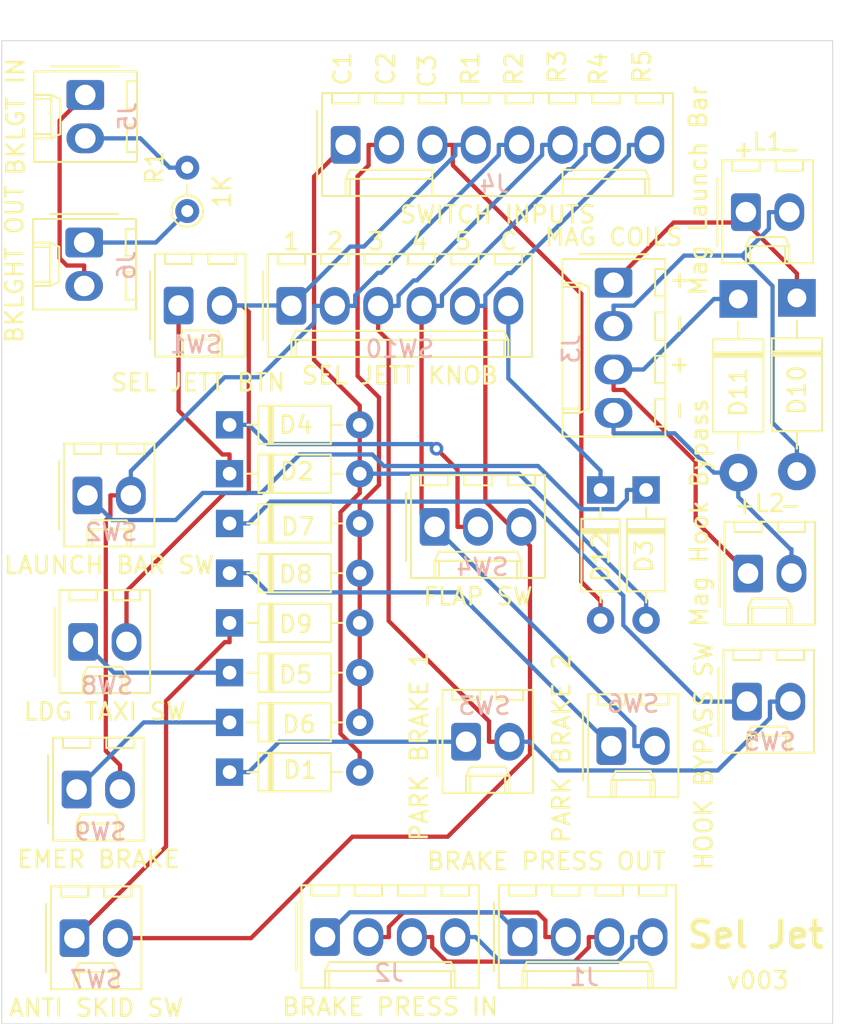
<source format=kicad_pcb>
(kicad_pcb (version 20171130) (host pcbnew "(5.1.5-0-10_14)")

  (general
    (thickness 1.6)
    (drawings 28)
    (tracks 230)
    (zones 0)
    (modules 35)
    (nets 30)
  )

  (page A4)
  (layers
    (0 F.Cu signal)
    (31 B.Cu signal)
    (32 B.Adhes user)
    (33 F.Adhes user)
    (34 B.Paste user)
    (35 F.Paste user)
    (36 B.SilkS user)
    (37 F.SilkS user)
    (38 B.Mask user)
    (39 F.Mask user)
    (40 Dwgs.User user)
    (41 Cmts.User user)
    (42 Eco1.User user)
    (43 Eco2.User user)
    (44 Edge.Cuts user)
    (45 Margin user)
    (46 B.CrtYd user)
    (47 F.CrtYd user)
    (48 B.Fab user hide)
    (49 F.Fab user hide)
  )

  (setup
    (last_trace_width 0.25)
    (trace_clearance 0.2)
    (zone_clearance 0.508)
    (zone_45_only no)
    (trace_min 0.2)
    (via_size 0.8)
    (via_drill 0.4)
    (via_min_size 0.4)
    (via_min_drill 0.3)
    (uvia_size 0.3)
    (uvia_drill 0.1)
    (uvias_allowed no)
    (uvia_min_size 0.2)
    (uvia_min_drill 0.1)
    (edge_width 0.05)
    (segment_width 0.2)
    (pcb_text_width 0.3)
    (pcb_text_size 1.5 1.5)
    (mod_edge_width 0.12)
    (mod_text_size 1 1)
    (mod_text_width 0.15)
    (pad_size 1.524 1.524)
    (pad_drill 0.762)
    (pad_to_mask_clearance 0.051)
    (solder_mask_min_width 0.25)
    (aux_axis_origin 0 0)
    (visible_elements FFFFFF7F)
    (pcbplotparams
      (layerselection 0x010fc_ffffffff)
      (usegerberextensions false)
      (usegerberattributes false)
      (usegerberadvancedattributes false)
      (creategerberjobfile false)
      (excludeedgelayer true)
      (linewidth 0.100000)
      (plotframeref false)
      (viasonmask false)
      (mode 1)
      (useauxorigin false)
      (hpglpennumber 1)
      (hpglpenspeed 20)
      (hpglpendiameter 15.000000)
      (psnegative false)
      (psa4output false)
      (plotreference true)
      (plotvalue true)
      (plotinvisibletext false)
      (padsonsilk false)
      (subtractmaskfromsilk false)
      (outputformat 1)
      (mirror false)
      (drillshape 0)
      (scaleselection 1)
      (outputdirectory "manufacturing"))
  )

  (net 0 "")
  (net 1 /COL1)
  (net 2 "Net-(D1-Pad1)")
  (net 3 "Net-(D2-Pad1)")
  (net 4 "Net-(D3-Pad1)")
  (net 5 /COL2)
  (net 6 "Net-(D4-Pad1)")
  (net 7 "Net-(D5-Pad1)")
  (net 8 "Net-(D6-Pad1)")
  (net 9 "Net-(D7-Pad1)")
  (net 10 /COL3)
  (net 11 "Net-(D8-Pad1)")
  (net 12 /MAG_1_-)
  (net 13 /MAG_1_+)
  (net 14 /MAG_2_-)
  (net 15 /MAG_2_+)
  (net 16 "Net-(J1-Pad4)")
  (net 17 "Net-(J1-Pad3)")
  (net 18 "Net-(J1-Pad2)")
  (net 19 "Net-(J1-Pad1)")
  (net 20 /ROW5)
  (net 21 /ROW4)
  (net 22 /ROW3)
  (net 23 /ROW2)
  (net 24 /ROW1)
  (net 25 "Net-(D9-Pad1)")
  (net 26 "Net-(D12-Pad1)")
  (net 27 "Net-(J5-Pad2)")
  (net 28 "Net-(J5-Pad1)")
  (net 29 "Net-(J6-Pad1)")

  (net_class Default "This is the default net class."
    (clearance 0.2)
    (trace_width 0.25)
    (via_dia 0.8)
    (via_drill 0.4)
    (uvia_dia 0.3)
    (uvia_drill 0.1)
    (add_net /COL1)
    (add_net /COL2)
    (add_net /COL3)
    (add_net /MAG_1_+)
    (add_net /MAG_1_-)
    (add_net /MAG_2_+)
    (add_net /MAG_2_-)
    (add_net /ROW1)
    (add_net /ROW2)
    (add_net /ROW3)
    (add_net /ROW4)
    (add_net /ROW5)
    (add_net "Net-(D1-Pad1)")
    (add_net "Net-(D12-Pad1)")
    (add_net "Net-(D2-Pad1)")
    (add_net "Net-(D3-Pad1)")
    (add_net "Net-(D4-Pad1)")
    (add_net "Net-(D5-Pad1)")
    (add_net "Net-(D6-Pad1)")
    (add_net "Net-(D7-Pad1)")
    (add_net "Net-(D8-Pad1)")
    (add_net "Net-(D9-Pad1)")
    (add_net "Net-(J1-Pad1)")
    (add_net "Net-(J1-Pad2)")
    (add_net "Net-(J1-Pad3)")
    (add_net "Net-(J1-Pad4)")
    (add_net "Net-(J5-Pad1)")
    (add_net "Net-(J5-Pad2)")
    (add_net "Net-(J6-Pad1)")
  )

  (module Diode_THT:D_DO-41_SOD81_P10.16mm_Horizontal (layer F.Cu) (tedit 5AE50CD5) (tstamp 604C19E7)
    (at 109.918 79.883 270)
    (descr "Diode, DO-41_SOD81 series, Axial, Horizontal, pin pitch=10.16mm, , length*diameter=5.2*2.7mm^2, , http://www.diodes.com/_files/packages/DO-41%20(Plastic).pdf")
    (tags "Diode DO-41_SOD81 series Axial Horizontal pin pitch 10.16mm  length 5.2mm diameter 2.7mm")
    (path /604DABA9)
    (fp_text reference D11 (at 5.461 0 90) (layer F.SilkS)
      (effects (font (size 1 1) (thickness 0.15)))
    )
    (fp_text value D (at 5.08 2.47 90) (layer F.Fab)
      (effects (font (size 1 1) (thickness 0.15)))
    )
    (fp_text user K (at 0 -2.1 90) (layer F.Fab)
      (effects (font (size 1 1) (thickness 0.15)))
    )
    (fp_text user %R (at 5.47 0 90) (layer F.Fab)
      (effects (font (size 1 1) (thickness 0.15)))
    )
    (fp_line (start 11.51 -1.6) (end -1.35 -1.6) (layer F.CrtYd) (width 0.05))
    (fp_line (start 11.51 1.6) (end 11.51 -1.6) (layer F.CrtYd) (width 0.05))
    (fp_line (start -1.35 1.6) (end 11.51 1.6) (layer F.CrtYd) (width 0.05))
    (fp_line (start -1.35 -1.6) (end -1.35 1.6) (layer F.CrtYd) (width 0.05))
    (fp_line (start 3.14 -1.47) (end 3.14 1.47) (layer F.SilkS) (width 0.12))
    (fp_line (start 3.38 -1.47) (end 3.38 1.47) (layer F.SilkS) (width 0.12))
    (fp_line (start 3.26 -1.47) (end 3.26 1.47) (layer F.SilkS) (width 0.12))
    (fp_line (start 8.82 0) (end 7.8 0) (layer F.SilkS) (width 0.12))
    (fp_line (start 1.34 0) (end 2.36 0) (layer F.SilkS) (width 0.12))
    (fp_line (start 7.8 -1.47) (end 2.36 -1.47) (layer F.SilkS) (width 0.12))
    (fp_line (start 7.8 1.47) (end 7.8 -1.47) (layer F.SilkS) (width 0.12))
    (fp_line (start 2.36 1.47) (end 7.8 1.47) (layer F.SilkS) (width 0.12))
    (fp_line (start 2.36 -1.47) (end 2.36 1.47) (layer F.SilkS) (width 0.12))
    (fp_line (start 3.16 -1.35) (end 3.16 1.35) (layer F.Fab) (width 0.1))
    (fp_line (start 3.36 -1.35) (end 3.36 1.35) (layer F.Fab) (width 0.1))
    (fp_line (start 3.26 -1.35) (end 3.26 1.35) (layer F.Fab) (width 0.1))
    (fp_line (start 10.16 0) (end 7.68 0) (layer F.Fab) (width 0.1))
    (fp_line (start 0 0) (end 2.48 0) (layer F.Fab) (width 0.1))
    (fp_line (start 7.68 -1.35) (end 2.48 -1.35) (layer F.Fab) (width 0.1))
    (fp_line (start 7.68 1.35) (end 7.68 -1.35) (layer F.Fab) (width 0.1))
    (fp_line (start 2.48 1.35) (end 7.68 1.35) (layer F.Fab) (width 0.1))
    (fp_line (start 2.48 -1.35) (end 2.48 1.35) (layer F.Fab) (width 0.1))
    (pad 2 thru_hole oval (at 10.16 0 270) (size 2.2 2.2) (drill 1.1) (layers *.Cu *.Mask)
      (net 14 /MAG_2_-))
    (pad 1 thru_hole rect (at 0 0 270) (size 2.2 2.2) (drill 1.1) (layers *.Cu *.Mask)
      (net 15 /MAG_2_+))
    (model ${KISYS3DMOD}/Diode_THT.3dshapes/D_DO-41_SOD81_P10.16mm_Horizontal.wrl
      (at (xyz 0 0 0))
      (scale (xyz 1 1 1))
      (rotate (xyz 0 0 0))
    )
  )

  (module Diode_THT:D_DO-41_SOD81_P10.16mm_Horizontal (layer F.Cu) (tedit 5AE50CD5) (tstamp 604C19C8)
    (at 113.348 79.8195 270)
    (descr "Diode, DO-41_SOD81 series, Axial, Horizontal, pin pitch=10.16mm, , length*diameter=5.2*2.7mm^2, , http://www.diodes.com/_files/packages/DO-41%20(Plastic).pdf")
    (tags "Diode DO-41_SOD81 series Axial Horizontal pin pitch 10.16mm  length 5.2mm diameter 2.7mm")
    (path /604D9867)
    (fp_text reference D10 (at 5.3975 0 90) (layer F.SilkS)
      (effects (font (size 1 1) (thickness 0.15)))
    )
    (fp_text value D (at 5.08 2.47 90) (layer F.Fab)
      (effects (font (size 1 1) (thickness 0.15)))
    )
    (fp_text user K (at 0 -2.1 90) (layer F.Fab)
      (effects (font (size 1 1) (thickness 0.15)))
    )
    (fp_text user %R (at 5.47 0 90) (layer F.Fab)
      (effects (font (size 1 1) (thickness 0.15)))
    )
    (fp_line (start 11.51 -1.6) (end -1.35 -1.6) (layer F.CrtYd) (width 0.05))
    (fp_line (start 11.51 1.6) (end 11.51 -1.6) (layer F.CrtYd) (width 0.05))
    (fp_line (start -1.35 1.6) (end 11.51 1.6) (layer F.CrtYd) (width 0.05))
    (fp_line (start -1.35 -1.6) (end -1.35 1.6) (layer F.CrtYd) (width 0.05))
    (fp_line (start 3.14 -1.47) (end 3.14 1.47) (layer F.SilkS) (width 0.12))
    (fp_line (start 3.38 -1.47) (end 3.38 1.47) (layer F.SilkS) (width 0.12))
    (fp_line (start 3.26 -1.47) (end 3.26 1.47) (layer F.SilkS) (width 0.12))
    (fp_line (start 8.82 0) (end 7.8 0) (layer F.SilkS) (width 0.12))
    (fp_line (start 1.34 0) (end 2.36 0) (layer F.SilkS) (width 0.12))
    (fp_line (start 7.8 -1.47) (end 2.36 -1.47) (layer F.SilkS) (width 0.12))
    (fp_line (start 7.8 1.47) (end 7.8 -1.47) (layer F.SilkS) (width 0.12))
    (fp_line (start 2.36 1.47) (end 7.8 1.47) (layer F.SilkS) (width 0.12))
    (fp_line (start 2.36 -1.47) (end 2.36 1.47) (layer F.SilkS) (width 0.12))
    (fp_line (start 3.16 -1.35) (end 3.16 1.35) (layer F.Fab) (width 0.1))
    (fp_line (start 3.36 -1.35) (end 3.36 1.35) (layer F.Fab) (width 0.1))
    (fp_line (start 3.26 -1.35) (end 3.26 1.35) (layer F.Fab) (width 0.1))
    (fp_line (start 10.16 0) (end 7.68 0) (layer F.Fab) (width 0.1))
    (fp_line (start 0 0) (end 2.48 0) (layer F.Fab) (width 0.1))
    (fp_line (start 7.68 -1.35) (end 2.48 -1.35) (layer F.Fab) (width 0.1))
    (fp_line (start 7.68 1.35) (end 7.68 -1.35) (layer F.Fab) (width 0.1))
    (fp_line (start 2.48 1.35) (end 7.68 1.35) (layer F.Fab) (width 0.1))
    (fp_line (start 2.48 -1.35) (end 2.48 1.35) (layer F.Fab) (width 0.1))
    (pad 2 thru_hole oval (at 10.16 0 270) (size 2.2 2.2) (drill 1.1) (layers *.Cu *.Mask)
      (net 12 /MAG_1_-))
    (pad 1 thru_hole rect (at 0 0 270) (size 2.2 2.2) (drill 1.1) (layers *.Cu *.Mask)
      (net 13 /MAG_1_+))
    (model ${KISYS3DMOD}/Diode_THT.3dshapes/D_DO-41_SOD81_P10.16mm_Horizontal.wrl
      (at (xyz 0 0 0))
      (scale (xyz 1 1 1))
      (rotate (xyz 0 0 0))
    )
  )

  (module PT_Library_v001:PT_R_Axial_DIN0204_L3.6mm_D1.6mm_P2.54mm_Vertical (layer F.Cu) (tedit 5AE5139B) (tstamp 617494EC)
    (at 77.6605 74.7395 90)
    (descr "Resistor, Axial_DIN0204 series, Axial, Vertical, pin pitch=2.54mm, 0.167W, length*diameter=3.6*1.6mm^2, http://cdn-reichelt.de/documents/datenblatt/B400/1_4W%23YAG.pdf")
    (tags "Resistor Axial_DIN0204 series Axial Vertical pin pitch 2.54mm 0.167W length 3.6mm diameter 1.6mm")
    (path /6174C84B)
    (fp_text reference R1 (at 2.54 -1.92 90) (layer F.SilkS)
      (effects (font (size 1 1) (thickness 0.15)))
    )
    (fp_text value 1K (at 1.143 2.032 90) (layer F.SilkS)
      (effects (font (size 1 1) (thickness 0.15)))
    )
    (fp_circle (center 0 0) (end 0.8 0) (layer F.Fab) (width 0.1))
    (fp_circle (center 0 0) (end 0.92 0) (layer F.SilkS) (width 0.12))
    (fp_line (start 0 0) (end 2.54 0) (layer F.Fab) (width 0.1))
    (fp_line (start 0.92 0) (end 1.54 0) (layer F.SilkS) (width 0.12))
    (fp_line (start -1.05 -1.05) (end -1.05 1.05) (layer F.CrtYd) (width 0.05))
    (fp_line (start -1.05 1.05) (end 3.49 1.05) (layer F.CrtYd) (width 0.05))
    (fp_line (start 3.49 1.05) (end 3.49 -1.05) (layer F.CrtYd) (width 0.05))
    (fp_line (start 3.49 -1.05) (end -1.05 -1.05) (layer F.CrtYd) (width 0.05))
    (fp_text user %R (at 2.54 -1.92 90) (layer F.Fab)
      (effects (font (size 1 1) (thickness 0.15)))
    )
    (pad 1 thru_hole circle (at 0 0 90) (size 1.4 1.4) (drill 0.7) (layers *.Cu *.Mask)
      (net 29 "Net-(J6-Pad1)"))
    (pad 2 thru_hole oval (at 2.54 0 90) (size 1.4 1.4) (drill 0.7) (layers *.Cu *.Mask)
      (net 27 "Net-(J5-Pad2)"))
    (model ${KISYS3DMOD}/Resistor_THT.3dshapes/R_Axial_DIN0204_L3.6mm_D1.6mm_P2.54mm_Vertical.wrl
      (at (xyz 0 0 0))
      (scale (xyz 1 1 1))
      (rotate (xyz 0 0 0))
    )
  )

  (module PT_Library_v001:Molex_1x02_P2.54mm_Vertical (layer F.Cu) (tedit 5B78013E) (tstamp 61749451)
    (at 71.628 76.581 270)
    (descr "Molex KK-254 Interconnect System, old/engineering part number: AE-6410-02A example for new part number: 22-27-2021, 2 Pins (http://www.molex.com/pdm_docs/sd/022272021_sd.pdf), generated with kicad-footprint-generator")
    (tags "connector Molex KK-254 side entry")
    (path /6174A17A)
    (fp_text reference J6 (at 1.3335 -2.4765 90) (layer B.SilkS)
      (effects (font (size 1 1) (thickness 0.15)) (justify mirror))
    )
    (fp_text value "BKLGHT OUT" (at 1.27 4.08 90) (layer F.SilkS)
      (effects (font (size 1 1) (thickness 0.15)))
    )
    (fp_text user %R (at 1.27 -2.22 90) (layer F.Fab)
      (effects (font (size 1 1) (thickness 0.15)))
    )
    (fp_line (start 4.31 -3.42) (end -1.77 -3.42) (layer F.CrtYd) (width 0.05))
    (fp_line (start 4.31 3.38) (end 4.31 -3.42) (layer F.CrtYd) (width 0.05))
    (fp_line (start -1.77 3.38) (end 4.31 3.38) (layer F.CrtYd) (width 0.05))
    (fp_line (start -1.77 -3.42) (end -1.77 3.38) (layer F.CrtYd) (width 0.05))
    (fp_line (start 3.34 -2.43) (end 3.34 -3.03) (layer F.SilkS) (width 0.12))
    (fp_line (start 1.74 -2.43) (end 3.34 -2.43) (layer F.SilkS) (width 0.12))
    (fp_line (start 1.74 -3.03) (end 1.74 -2.43) (layer F.SilkS) (width 0.12))
    (fp_line (start 0.8 -2.43) (end 0.8 -3.03) (layer F.SilkS) (width 0.12))
    (fp_line (start -0.8 -2.43) (end 0.8 -2.43) (layer F.SilkS) (width 0.12))
    (fp_line (start -0.8 -3.03) (end -0.8 -2.43) (layer F.SilkS) (width 0.12))
    (fp_line (start 2.29 2.99) (end 2.29 1.99) (layer F.SilkS) (width 0.12))
    (fp_line (start 0.25 2.99) (end 0.25 1.99) (layer F.SilkS) (width 0.12))
    (fp_line (start 2.29 1.46) (end 2.54 1.99) (layer F.SilkS) (width 0.12))
    (fp_line (start 0.25 1.46) (end 2.29 1.46) (layer F.SilkS) (width 0.12))
    (fp_line (start 0 1.99) (end 0.25 1.46) (layer F.SilkS) (width 0.12))
    (fp_line (start 2.54 1.99) (end 2.54 2.99) (layer F.SilkS) (width 0.12))
    (fp_line (start 0 1.99) (end 2.54 1.99) (layer F.SilkS) (width 0.12))
    (fp_line (start 0 2.99) (end 0 1.99) (layer F.SilkS) (width 0.12))
    (fp_line (start -0.562893 0) (end -1.27 0.5) (layer F.Fab) (width 0.1))
    (fp_line (start -1.27 -0.5) (end -0.562893 0) (layer F.Fab) (width 0.1))
    (fp_line (start -1.67 -2) (end -1.67 2) (layer F.SilkS) (width 0.12))
    (fp_line (start 3.92 -3.03) (end -1.38 -3.03) (layer F.SilkS) (width 0.12))
    (fp_line (start 3.92 2.99) (end 3.92 -3.03) (layer F.SilkS) (width 0.12))
    (fp_line (start -1.38 2.99) (end 3.92 2.99) (layer F.SilkS) (width 0.12))
    (fp_line (start -1.38 -3.03) (end -1.38 2.99) (layer F.SilkS) (width 0.12))
    (fp_line (start 3.81 -2.92) (end -1.27 -2.92) (layer F.Fab) (width 0.1))
    (fp_line (start 3.81 2.88) (end 3.81 -2.92) (layer F.Fab) (width 0.1))
    (fp_line (start -1.27 2.88) (end 3.81 2.88) (layer F.Fab) (width 0.1))
    (fp_line (start -1.27 -2.92) (end -1.27 2.88) (layer F.Fab) (width 0.1))
    (pad 2 thru_hole oval (at 2.54 0 270) (size 1.74 2.2) (drill 1.2) (layers *.Cu *.Mask)
      (net 28 "Net-(J5-Pad1)"))
    (pad 1 thru_hole roundrect (at 0 0 270) (size 1.74 2.2) (drill 1.2) (layers *.Cu *.Mask) (roundrect_rratio 0.143678)
      (net 29 "Net-(J6-Pad1)"))
    (model ${KISYS3DMOD}/Connector_Molex.3dshapes/Molex_KK-254_AE-6410-02A_1x02_P2.54mm_Vertical.wrl
      (at (xyz 0 0 0))
      (scale (xyz 1 1 1))
      (rotate (xyz 0 0 0))
    )
  )

  (module PT_Library_v001:Molex_1x02_P2.54mm_Vertical (layer F.Cu) (tedit 5B78013E) (tstamp 6174942D)
    (at 71.6915 67.945 270)
    (descr "Molex KK-254 Interconnect System, old/engineering part number: AE-6410-02A example for new part number: 22-27-2021, 2 Pins (http://www.molex.com/pdm_docs/sd/022272021_sd.pdf), generated with kicad-footprint-generator")
    (tags "connector Molex KK-254 side entry")
    (path /6174DFC5)
    (fp_text reference J5 (at 1.27 -2.4765 90) (layer B.SilkS)
      (effects (font (size 1 1) (thickness 0.15)) (justify mirror))
    )
    (fp_text value "BKLGT IN" (at 1.27 4.08 90) (layer F.SilkS)
      (effects (font (size 1 1) (thickness 0.15)))
    )
    (fp_text user %R (at 1.27 -2.22 90) (layer F.Fab)
      (effects (font (size 1 1) (thickness 0.15)))
    )
    (fp_line (start 4.31 -3.42) (end -1.77 -3.42) (layer F.CrtYd) (width 0.05))
    (fp_line (start 4.31 3.38) (end 4.31 -3.42) (layer F.CrtYd) (width 0.05))
    (fp_line (start -1.77 3.38) (end 4.31 3.38) (layer F.CrtYd) (width 0.05))
    (fp_line (start -1.77 -3.42) (end -1.77 3.38) (layer F.CrtYd) (width 0.05))
    (fp_line (start 3.34 -2.43) (end 3.34 -3.03) (layer F.SilkS) (width 0.12))
    (fp_line (start 1.74 -2.43) (end 3.34 -2.43) (layer F.SilkS) (width 0.12))
    (fp_line (start 1.74 -3.03) (end 1.74 -2.43) (layer F.SilkS) (width 0.12))
    (fp_line (start 0.8 -2.43) (end 0.8 -3.03) (layer F.SilkS) (width 0.12))
    (fp_line (start -0.8 -2.43) (end 0.8 -2.43) (layer F.SilkS) (width 0.12))
    (fp_line (start -0.8 -3.03) (end -0.8 -2.43) (layer F.SilkS) (width 0.12))
    (fp_line (start 2.29 2.99) (end 2.29 1.99) (layer F.SilkS) (width 0.12))
    (fp_line (start 0.25 2.99) (end 0.25 1.99) (layer F.SilkS) (width 0.12))
    (fp_line (start 2.29 1.46) (end 2.54 1.99) (layer F.SilkS) (width 0.12))
    (fp_line (start 0.25 1.46) (end 2.29 1.46) (layer F.SilkS) (width 0.12))
    (fp_line (start 0 1.99) (end 0.25 1.46) (layer F.SilkS) (width 0.12))
    (fp_line (start 2.54 1.99) (end 2.54 2.99) (layer F.SilkS) (width 0.12))
    (fp_line (start 0 1.99) (end 2.54 1.99) (layer F.SilkS) (width 0.12))
    (fp_line (start 0 2.99) (end 0 1.99) (layer F.SilkS) (width 0.12))
    (fp_line (start -0.562893 0) (end -1.27 0.5) (layer F.Fab) (width 0.1))
    (fp_line (start -1.27 -0.5) (end -0.562893 0) (layer F.Fab) (width 0.1))
    (fp_line (start -1.67 -2) (end -1.67 2) (layer F.SilkS) (width 0.12))
    (fp_line (start 3.92 -3.03) (end -1.38 -3.03) (layer F.SilkS) (width 0.12))
    (fp_line (start 3.92 2.99) (end 3.92 -3.03) (layer F.SilkS) (width 0.12))
    (fp_line (start -1.38 2.99) (end 3.92 2.99) (layer F.SilkS) (width 0.12))
    (fp_line (start -1.38 -3.03) (end -1.38 2.99) (layer F.SilkS) (width 0.12))
    (fp_line (start 3.81 -2.92) (end -1.27 -2.92) (layer F.Fab) (width 0.1))
    (fp_line (start 3.81 2.88) (end 3.81 -2.92) (layer F.Fab) (width 0.1))
    (fp_line (start -1.27 2.88) (end 3.81 2.88) (layer F.Fab) (width 0.1))
    (fp_line (start -1.27 -2.92) (end -1.27 2.88) (layer F.Fab) (width 0.1))
    (pad 2 thru_hole oval (at 2.54 0 270) (size 1.74 2.2) (drill 1.2) (layers *.Cu *.Mask)
      (net 27 "Net-(J5-Pad2)"))
    (pad 1 thru_hole roundrect (at 0 0 270) (size 1.74 2.2) (drill 1.2) (layers *.Cu *.Mask) (roundrect_rratio 0.143678)
      (net 28 "Net-(J5-Pad1)"))
    (model ${KISYS3DMOD}/Connector_Molex.3dshapes/Molex_KK-254_AE-6410-02A_1x02_P2.54mm_Vertical.wrl
      (at (xyz 0 0 0))
      (scale (xyz 1 1 1))
      (rotate (xyz 0 0 0))
    )
  )

  (module PT_Library_v001:Molex_1x02_P2.54mm_Vertical (layer F.Cu) (tedit 5B78013E) (tstamp 616349CF)
    (at 102.489 106.045)
    (descr "Molex KK-254 Interconnect System, old/engineering part number: AE-6410-02A example for new part number: 22-27-2021, 2 Pins (http://www.molex.com/pdm_docs/sd/022272021_sd.pdf), generated with kicad-footprint-generator")
    (tags "connector Molex KK-254 side entry")
    (path /61636D43)
    (fp_text reference SW6 (at 1.27 -2.4765) (layer B.SilkS)
      (effects (font (size 1 1) (thickness 0.15)) (justify mirror))
    )
    (fp_text value "PARK BRAKE 2" (at -2.921 0.127 90) (layer F.SilkS)
      (effects (font (size 1 1) (thickness 0.15)))
    )
    (fp_text user %R (at 1.27 -2.22) (layer F.Fab)
      (effects (font (size 1 1) (thickness 0.15)))
    )
    (fp_line (start 4.31 -3.42) (end -1.77 -3.42) (layer F.CrtYd) (width 0.05))
    (fp_line (start 4.31 3.38) (end 4.31 -3.42) (layer F.CrtYd) (width 0.05))
    (fp_line (start -1.77 3.38) (end 4.31 3.38) (layer F.CrtYd) (width 0.05))
    (fp_line (start -1.77 -3.42) (end -1.77 3.38) (layer F.CrtYd) (width 0.05))
    (fp_line (start 3.34 -2.43) (end 3.34 -3.03) (layer F.SilkS) (width 0.12))
    (fp_line (start 1.74 -2.43) (end 3.34 -2.43) (layer F.SilkS) (width 0.12))
    (fp_line (start 1.74 -3.03) (end 1.74 -2.43) (layer F.SilkS) (width 0.12))
    (fp_line (start 0.8 -2.43) (end 0.8 -3.03) (layer F.SilkS) (width 0.12))
    (fp_line (start -0.8 -2.43) (end 0.8 -2.43) (layer F.SilkS) (width 0.12))
    (fp_line (start -0.8 -3.03) (end -0.8 -2.43) (layer F.SilkS) (width 0.12))
    (fp_line (start 2.29 2.99) (end 2.29 1.99) (layer F.SilkS) (width 0.12))
    (fp_line (start 0.25 2.99) (end 0.25 1.99) (layer F.SilkS) (width 0.12))
    (fp_line (start 2.29 1.46) (end 2.54 1.99) (layer F.SilkS) (width 0.12))
    (fp_line (start 0.25 1.46) (end 2.29 1.46) (layer F.SilkS) (width 0.12))
    (fp_line (start 0 1.99) (end 0.25 1.46) (layer F.SilkS) (width 0.12))
    (fp_line (start 2.54 1.99) (end 2.54 2.99) (layer F.SilkS) (width 0.12))
    (fp_line (start 0 1.99) (end 2.54 1.99) (layer F.SilkS) (width 0.12))
    (fp_line (start 0 2.99) (end 0 1.99) (layer F.SilkS) (width 0.12))
    (fp_line (start -0.562893 0) (end -1.27 0.5) (layer F.Fab) (width 0.1))
    (fp_line (start -1.27 -0.5) (end -0.562893 0) (layer F.Fab) (width 0.1))
    (fp_line (start -1.67 -2) (end -1.67 2) (layer F.SilkS) (width 0.12))
    (fp_line (start 3.92 -3.03) (end -1.38 -3.03) (layer F.SilkS) (width 0.12))
    (fp_line (start 3.92 2.99) (end 3.92 -3.03) (layer F.SilkS) (width 0.12))
    (fp_line (start -1.38 2.99) (end 3.92 2.99) (layer F.SilkS) (width 0.12))
    (fp_line (start -1.38 -3.03) (end -1.38 2.99) (layer F.SilkS) (width 0.12))
    (fp_line (start 3.81 -2.92) (end -1.27 -2.92) (layer F.Fab) (width 0.1))
    (fp_line (start 3.81 2.88) (end 3.81 -2.92) (layer F.Fab) (width 0.1))
    (fp_line (start -1.27 2.88) (end 3.81 2.88) (layer F.Fab) (width 0.1))
    (fp_line (start -1.27 -2.92) (end -1.27 2.88) (layer F.Fab) (width 0.1))
    (pad 2 thru_hole oval (at 2.54 0) (size 1.74 2.2) (drill 1.2) (layers *.Cu *.Mask)
      (net 21 /ROW4))
    (pad 1 thru_hole roundrect (at 0 0) (size 1.74 2.2) (drill 1.2) (layers *.Cu *.Mask) (roundrect_rratio 0.143678)
      (net 11 "Net-(D8-Pad1)"))
    (model ${KISYS3DMOD}/Connector_Molex.3dshapes/Molex_KK-254_AE-6410-02A_1x02_P2.54mm_Vertical.wrl
      (at (xyz 0 0 0))
      (scale (xyz 1 1 1))
      (rotate (xyz 0 0 0))
    )
  )

  (module PT_Library_v001:Molex_1x02_P2.54mm_Vertical (layer F.Cu) (tedit 5B78013E) (tstamp 616349AB)
    (at 110.426 103.442)
    (descr "Molex KK-254 Interconnect System, old/engineering part number: AE-6410-02A example for new part number: 22-27-2021, 2 Pins (http://www.molex.com/pdm_docs/sd/022272021_sd.pdf), generated with kicad-footprint-generator")
    (tags "connector Molex KK-254 side entry")
    (path /61639371)
    (fp_text reference SW5 (at 1.3335 2.3495) (layer B.SilkS)
      (effects (font (size 1 1) (thickness 0.15)) (justify mirror))
    )
    (fp_text value "HOOK BYPASS SW" (at -2.54 3.175 90) (layer F.SilkS)
      (effects (font (size 1 1) (thickness 0.15)))
    )
    (fp_text user %R (at 1.27 -2.22) (layer F.Fab)
      (effects (font (size 1 1) (thickness 0.15)))
    )
    (fp_line (start 4.31 -3.42) (end -1.77 -3.42) (layer F.CrtYd) (width 0.05))
    (fp_line (start 4.31 3.38) (end 4.31 -3.42) (layer F.CrtYd) (width 0.05))
    (fp_line (start -1.77 3.38) (end 4.31 3.38) (layer F.CrtYd) (width 0.05))
    (fp_line (start -1.77 -3.42) (end -1.77 3.38) (layer F.CrtYd) (width 0.05))
    (fp_line (start 3.34 -2.43) (end 3.34 -3.03) (layer F.SilkS) (width 0.12))
    (fp_line (start 1.74 -2.43) (end 3.34 -2.43) (layer F.SilkS) (width 0.12))
    (fp_line (start 1.74 -3.03) (end 1.74 -2.43) (layer F.SilkS) (width 0.12))
    (fp_line (start 0.8 -2.43) (end 0.8 -3.03) (layer F.SilkS) (width 0.12))
    (fp_line (start -0.8 -2.43) (end 0.8 -2.43) (layer F.SilkS) (width 0.12))
    (fp_line (start -0.8 -3.03) (end -0.8 -2.43) (layer F.SilkS) (width 0.12))
    (fp_line (start 2.29 2.99) (end 2.29 1.99) (layer F.SilkS) (width 0.12))
    (fp_line (start 0.25 2.99) (end 0.25 1.99) (layer F.SilkS) (width 0.12))
    (fp_line (start 2.29 1.46) (end 2.54 1.99) (layer F.SilkS) (width 0.12))
    (fp_line (start 0.25 1.46) (end 2.29 1.46) (layer F.SilkS) (width 0.12))
    (fp_line (start 0 1.99) (end 0.25 1.46) (layer F.SilkS) (width 0.12))
    (fp_line (start 2.54 1.99) (end 2.54 2.99) (layer F.SilkS) (width 0.12))
    (fp_line (start 0 1.99) (end 2.54 1.99) (layer F.SilkS) (width 0.12))
    (fp_line (start 0 2.99) (end 0 1.99) (layer F.SilkS) (width 0.12))
    (fp_line (start -0.562893 0) (end -1.27 0.5) (layer F.Fab) (width 0.1))
    (fp_line (start -1.27 -0.5) (end -0.562893 0) (layer F.Fab) (width 0.1))
    (fp_line (start -1.67 -2) (end -1.67 2) (layer F.SilkS) (width 0.12))
    (fp_line (start 3.92 -3.03) (end -1.38 -3.03) (layer F.SilkS) (width 0.12))
    (fp_line (start 3.92 2.99) (end 3.92 -3.03) (layer F.SilkS) (width 0.12))
    (fp_line (start -1.38 2.99) (end 3.92 2.99) (layer F.SilkS) (width 0.12))
    (fp_line (start -1.38 -3.03) (end -1.38 2.99) (layer F.SilkS) (width 0.12))
    (fp_line (start 3.81 -2.92) (end -1.27 -2.92) (layer F.Fab) (width 0.1))
    (fp_line (start 3.81 2.88) (end 3.81 -2.92) (layer F.Fab) (width 0.1))
    (fp_line (start -1.27 2.88) (end 3.81 2.88) (layer F.Fab) (width 0.1))
    (fp_line (start -1.27 -2.92) (end -1.27 2.88) (layer F.Fab) (width 0.1))
    (pad 2 thru_hole oval (at 2.54 0) (size 1.74 2.2) (drill 1.2) (layers *.Cu *.Mask)
      (net 22 /ROW3))
    (pad 1 thru_hole roundrect (at 0 0) (size 1.74 2.2) (drill 1.2) (layers *.Cu *.Mask) (roundrect_rratio 0.143678)
      (net 9 "Net-(D7-Pad1)"))
    (model ${KISYS3DMOD}/Connector_Molex.3dshapes/Molex_KK-254_AE-6410-02A_1x02_P2.54mm_Vertical.wrl
      (at (xyz 0 0 0))
      (scale (xyz 1 1 1))
      (rotate (xyz 0 0 0))
    )
  )

  (module PT_Library_v001:Molex_1x02_P2.54mm_Vertical (layer F.Cu) (tedit 5B78013E) (tstamp 61634960)
    (at 93.98 105.791)
    (descr "Molex KK-254 Interconnect System, old/engineering part number: AE-6410-02A example for new part number: 22-27-2021, 2 Pins (http://www.molex.com/pdm_docs/sd/022272021_sd.pdf), generated with kicad-footprint-generator")
    (tags "connector Molex KK-254 side entry")
    (path /61641965)
    (fp_text reference SW3 (at 1.0795 -2.0955) (layer B.SilkS)
      (effects (font (size 1 1) (thickness 0.15)) (justify mirror))
    )
    (fp_text value "PARK BRAKE 1" (at -2.752 0.255 90) (layer F.SilkS)
      (effects (font (size 1 1) (thickness 0.15)))
    )
    (fp_text user %R (at 1.27 -2.22) (layer F.Fab)
      (effects (font (size 1 1) (thickness 0.15)))
    )
    (fp_line (start 4.31 -3.42) (end -1.77 -3.42) (layer F.CrtYd) (width 0.05))
    (fp_line (start 4.31 3.38) (end 4.31 -3.42) (layer F.CrtYd) (width 0.05))
    (fp_line (start -1.77 3.38) (end 4.31 3.38) (layer F.CrtYd) (width 0.05))
    (fp_line (start -1.77 -3.42) (end -1.77 3.38) (layer F.CrtYd) (width 0.05))
    (fp_line (start 3.34 -2.43) (end 3.34 -3.03) (layer F.SilkS) (width 0.12))
    (fp_line (start 1.74 -2.43) (end 3.34 -2.43) (layer F.SilkS) (width 0.12))
    (fp_line (start 1.74 -3.03) (end 1.74 -2.43) (layer F.SilkS) (width 0.12))
    (fp_line (start 0.8 -2.43) (end 0.8 -3.03) (layer F.SilkS) (width 0.12))
    (fp_line (start -0.8 -2.43) (end 0.8 -2.43) (layer F.SilkS) (width 0.12))
    (fp_line (start -0.8 -3.03) (end -0.8 -2.43) (layer F.SilkS) (width 0.12))
    (fp_line (start 2.29 2.99) (end 2.29 1.99) (layer F.SilkS) (width 0.12))
    (fp_line (start 0.25 2.99) (end 0.25 1.99) (layer F.SilkS) (width 0.12))
    (fp_line (start 2.29 1.46) (end 2.54 1.99) (layer F.SilkS) (width 0.12))
    (fp_line (start 0.25 1.46) (end 2.29 1.46) (layer F.SilkS) (width 0.12))
    (fp_line (start 0 1.99) (end 0.25 1.46) (layer F.SilkS) (width 0.12))
    (fp_line (start 2.54 1.99) (end 2.54 2.99) (layer F.SilkS) (width 0.12))
    (fp_line (start 0 1.99) (end 2.54 1.99) (layer F.SilkS) (width 0.12))
    (fp_line (start 0 2.99) (end 0 1.99) (layer F.SilkS) (width 0.12))
    (fp_line (start -0.562893 0) (end -1.27 0.5) (layer F.Fab) (width 0.1))
    (fp_line (start -1.27 -0.5) (end -0.562893 0) (layer F.Fab) (width 0.1))
    (fp_line (start -1.67 -2) (end -1.67 2) (layer F.SilkS) (width 0.12))
    (fp_line (start 3.92 -3.03) (end -1.38 -3.03) (layer F.SilkS) (width 0.12))
    (fp_line (start 3.92 2.99) (end 3.92 -3.03) (layer F.SilkS) (width 0.12))
    (fp_line (start -1.38 2.99) (end 3.92 2.99) (layer F.SilkS) (width 0.12))
    (fp_line (start -1.38 -3.03) (end -1.38 2.99) (layer F.SilkS) (width 0.12))
    (fp_line (start 3.81 -2.92) (end -1.27 -2.92) (layer F.Fab) (width 0.1))
    (fp_line (start 3.81 2.88) (end 3.81 -2.92) (layer F.Fab) (width 0.1))
    (fp_line (start -1.27 2.88) (end 3.81 2.88) (layer F.Fab) (width 0.1))
    (fp_line (start -1.27 -2.92) (end -1.27 2.88) (layer F.Fab) (width 0.1))
    (pad 2 thru_hole oval (at 2.54 0) (size 1.74 2.2) (drill 1.2) (layers *.Cu *.Mask)
      (net 22 /ROW3))
    (pad 1 thru_hole roundrect (at 0 0) (size 1.74 2.2) (drill 1.2) (layers *.Cu *.Mask) (roundrect_rratio 0.143678)
      (net 2 "Net-(D1-Pad1)"))
    (model ${KISYS3DMOD}/Connector_Molex.3dshapes/Molex_KK-254_AE-6410-02A_1x02_P2.54mm_Vertical.wrl
      (at (xyz 0 0 0))
      (scale (xyz 1 1 1))
      (rotate (xyz 0 0 0))
    )
  )

  (module PT_Library_v001:Molex_1x02_P2.54mm_Vertical (layer F.Cu) (tedit 5B78013E) (tstamp 6174CDEB)
    (at 71.8185 91.3765)
    (descr "Molex KK-254 Interconnect System, old/engineering part number: AE-6410-02A example for new part number: 22-27-2021, 2 Pins (http://www.molex.com/pdm_docs/sd/022272021_sd.pdf), generated with kicad-footprint-generator")
    (tags "connector Molex KK-254 side entry")
    (path /61645693)
    (fp_text reference SW2 (at 1.397 2.159) (layer B.SilkS)
      (effects (font (size 1 1) (thickness 0.15)) (justify mirror))
    )
    (fp_text value "LAUNCH BAR SW" (at 1.27 4.08) (layer F.SilkS)
      (effects (font (size 1 1) (thickness 0.15)))
    )
    (fp_text user %R (at 1.27 -2.22) (layer F.Fab)
      (effects (font (size 1 1) (thickness 0.15)))
    )
    (fp_line (start 4.31 -3.42) (end -1.77 -3.42) (layer F.CrtYd) (width 0.05))
    (fp_line (start 4.31 3.38) (end 4.31 -3.42) (layer F.CrtYd) (width 0.05))
    (fp_line (start -1.77 3.38) (end 4.31 3.38) (layer F.CrtYd) (width 0.05))
    (fp_line (start -1.77 -3.42) (end -1.77 3.38) (layer F.CrtYd) (width 0.05))
    (fp_line (start 3.34 -2.43) (end 3.34 -3.03) (layer F.SilkS) (width 0.12))
    (fp_line (start 1.74 -2.43) (end 3.34 -2.43) (layer F.SilkS) (width 0.12))
    (fp_line (start 1.74 -3.03) (end 1.74 -2.43) (layer F.SilkS) (width 0.12))
    (fp_line (start 0.8 -2.43) (end 0.8 -3.03) (layer F.SilkS) (width 0.12))
    (fp_line (start -0.8 -2.43) (end 0.8 -2.43) (layer F.SilkS) (width 0.12))
    (fp_line (start -0.8 -3.03) (end -0.8 -2.43) (layer F.SilkS) (width 0.12))
    (fp_line (start 2.29 2.99) (end 2.29 1.99) (layer F.SilkS) (width 0.12))
    (fp_line (start 0.25 2.99) (end 0.25 1.99) (layer F.SilkS) (width 0.12))
    (fp_line (start 2.29 1.46) (end 2.54 1.99) (layer F.SilkS) (width 0.12))
    (fp_line (start 0.25 1.46) (end 2.29 1.46) (layer F.SilkS) (width 0.12))
    (fp_line (start 0 1.99) (end 0.25 1.46) (layer F.SilkS) (width 0.12))
    (fp_line (start 2.54 1.99) (end 2.54 2.99) (layer F.SilkS) (width 0.12))
    (fp_line (start 0 1.99) (end 2.54 1.99) (layer F.SilkS) (width 0.12))
    (fp_line (start 0 2.99) (end 0 1.99) (layer F.SilkS) (width 0.12))
    (fp_line (start -0.562893 0) (end -1.27 0.5) (layer F.Fab) (width 0.1))
    (fp_line (start -1.27 -0.5) (end -0.562893 0) (layer F.Fab) (width 0.1))
    (fp_line (start -1.67 -2) (end -1.67 2) (layer F.SilkS) (width 0.12))
    (fp_line (start 3.92 -3.03) (end -1.38 -3.03) (layer F.SilkS) (width 0.12))
    (fp_line (start 3.92 2.99) (end 3.92 -3.03) (layer F.SilkS) (width 0.12))
    (fp_line (start -1.38 2.99) (end 3.92 2.99) (layer F.SilkS) (width 0.12))
    (fp_line (start -1.38 -3.03) (end -1.38 2.99) (layer F.SilkS) (width 0.12))
    (fp_line (start 3.81 -2.92) (end -1.27 -2.92) (layer F.Fab) (width 0.1))
    (fp_line (start 3.81 2.88) (end 3.81 -2.92) (layer F.Fab) (width 0.1))
    (fp_line (start -1.27 2.88) (end 3.81 2.88) (layer F.Fab) (width 0.1))
    (fp_line (start -1.27 -2.92) (end -1.27 2.88) (layer F.Fab) (width 0.1))
    (pad 2 thru_hole oval (at 2.54 0) (size 1.74 2.2) (drill 1.2) (layers *.Cu *.Mask)
      (net 23 /ROW2))
    (pad 1 thru_hole roundrect (at 0 0) (size 1.74 2.2) (drill 1.2) (layers *.Cu *.Mask) (roundrect_rratio 0.143678)
      (net 4 "Net-(D3-Pad1)"))
    (model ${KISYS3DMOD}/Connector_Molex.3dshapes/Molex_KK-254_AE-6410-02A_1x02_P2.54mm_Vertical.wrl
      (at (xyz 0 0 0))
      (scale (xyz 1 1 1))
      (rotate (xyz 0 0 0))
    )
  )

  (module PT_Library_v001:D_Signal_P7.62mm_Horizontal (layer F.Cu) (tedit 5AE50CD5) (tstamp 61634615)
    (at 80.137 95.9273)
    (descr "Diode, DO-35_SOD27 series, Axial, Horizontal, pin pitch=7.62mm, , length*diameter=4*2mm^2, , http://www.diodes.com/_files/packages/DO-35.pdf")
    (tags "Diode DO-35_SOD27 series Axial Horizontal pin pitch 7.62mm  length 4mm diameter 2mm")
    (path /61636D4D)
    (fp_text reference D8 (at 3.8735 0.0635 180) (layer F.SilkS)
      (effects (font (size 1 1) (thickness 0.15)))
    )
    (fp_text value D (at 3.81 2.12) (layer F.Fab)
      (effects (font (size 1 1) (thickness 0.15)))
    )
    (fp_text user K (at 0 -1.8) (layer F.Fab)
      (effects (font (size 1 1) (thickness 0.15)))
    )
    (fp_text user %R (at 4.11 0) (layer F.Fab)
      (effects (font (size 0.8 0.8) (thickness 0.12)))
    )
    (fp_line (start 8.67 -1.25) (end -1.05 -1.25) (layer F.CrtYd) (width 0.05))
    (fp_line (start 8.67 1.25) (end 8.67 -1.25) (layer F.CrtYd) (width 0.05))
    (fp_line (start -1.05 1.25) (end 8.67 1.25) (layer F.CrtYd) (width 0.05))
    (fp_line (start -1.05 -1.25) (end -1.05 1.25) (layer F.CrtYd) (width 0.05))
    (fp_line (start 2.29 -1.12) (end 2.29 1.12) (layer F.SilkS) (width 0.12))
    (fp_line (start 2.53 -1.12) (end 2.53 1.12) (layer F.SilkS) (width 0.12))
    (fp_line (start 2.41 -1.12) (end 2.41 1.12) (layer F.SilkS) (width 0.12))
    (fp_line (start 6.58 0) (end 5.93 0) (layer F.SilkS) (width 0.12))
    (fp_line (start 1.04 0) (end 1.69 0) (layer F.SilkS) (width 0.12))
    (fp_line (start 5.93 -1.12) (end 1.69 -1.12) (layer F.SilkS) (width 0.12))
    (fp_line (start 5.93 1.12) (end 5.93 -1.12) (layer F.SilkS) (width 0.12))
    (fp_line (start 1.69 1.12) (end 5.93 1.12) (layer F.SilkS) (width 0.12))
    (fp_line (start 1.69 -1.12) (end 1.69 1.12) (layer F.SilkS) (width 0.12))
    (fp_line (start 2.31 -1) (end 2.31 1) (layer F.Fab) (width 0.1))
    (fp_line (start 2.51 -1) (end 2.51 1) (layer F.Fab) (width 0.1))
    (fp_line (start 2.41 -1) (end 2.41 1) (layer F.Fab) (width 0.1))
    (fp_line (start 7.62 0) (end 5.81 0) (layer F.Fab) (width 0.1))
    (fp_line (start 0 0) (end 1.81 0) (layer F.Fab) (width 0.1))
    (fp_line (start 5.81 -1) (end 1.81 -1) (layer F.Fab) (width 0.1))
    (fp_line (start 5.81 1) (end 5.81 -1) (layer F.Fab) (width 0.1))
    (fp_line (start 1.81 1) (end 5.81 1) (layer F.Fab) (width 0.1))
    (fp_line (start 1.81 -1) (end 1.81 1) (layer F.Fab) (width 0.1))
    (pad 2 thru_hole oval (at 7.62 0) (size 1.6 1.6) (drill 0.8) (layers *.Cu *.Mask)
      (net 5 /COL2))
    (pad 1 thru_hole rect (at 0 0) (size 1.6 1.6) (drill 0.8) (layers *.Cu *.Mask)
      (net 11 "Net-(D8-Pad1)"))
    (model ${KISYS3DMOD}/Diode_THT.3dshapes/D_DO-35_SOD27_P7.62mm_Horizontal.wrl
      (at (xyz 0 0 0))
      (scale (xyz 1 1 1))
      (rotate (xyz 0 0 0))
    )
  )

  (module PT_Library_v001:D_Signal_P7.62mm_Horizontal (layer F.Cu) (tedit 5AE50CD5) (tstamp 61634546)
    (at 80.137 107.569)
    (descr "Diode, DO-35_SOD27 series, Axial, Horizontal, pin pitch=7.62mm, , length*diameter=4*2mm^2, , http://www.diodes.com/_files/packages/DO-35.pdf")
    (tags "Diode DO-35_SOD27 series Axial Horizontal pin pitch 7.62mm  length 4mm diameter 2mm")
    (path /6164196F)
    (fp_text reference D1 (at 4.1275 -0.127) (layer F.SilkS)
      (effects (font (size 1 1) (thickness 0.15)))
    )
    (fp_text value D (at 3.81 2.12) (layer F.Fab)
      (effects (font (size 1 1) (thickness 0.15)))
    )
    (fp_text user K (at 0 -1.8) (layer F.Fab)
      (effects (font (size 1 1) (thickness 0.15)))
    )
    (fp_text user %R (at 4.11 0) (layer F.Fab)
      (effects (font (size 0.8 0.8) (thickness 0.12)))
    )
    (fp_line (start 8.67 -1.25) (end -1.05 -1.25) (layer F.CrtYd) (width 0.05))
    (fp_line (start 8.67 1.25) (end 8.67 -1.25) (layer F.CrtYd) (width 0.05))
    (fp_line (start -1.05 1.25) (end 8.67 1.25) (layer F.CrtYd) (width 0.05))
    (fp_line (start -1.05 -1.25) (end -1.05 1.25) (layer F.CrtYd) (width 0.05))
    (fp_line (start 2.29 -1.12) (end 2.29 1.12) (layer F.SilkS) (width 0.12))
    (fp_line (start 2.53 -1.12) (end 2.53 1.12) (layer F.SilkS) (width 0.12))
    (fp_line (start 2.41 -1.12) (end 2.41 1.12) (layer F.SilkS) (width 0.12))
    (fp_line (start 6.58 0) (end 5.93 0) (layer F.SilkS) (width 0.12))
    (fp_line (start 1.04 0) (end 1.69 0) (layer F.SilkS) (width 0.12))
    (fp_line (start 5.93 -1.12) (end 1.69 -1.12) (layer F.SilkS) (width 0.12))
    (fp_line (start 5.93 1.12) (end 5.93 -1.12) (layer F.SilkS) (width 0.12))
    (fp_line (start 1.69 1.12) (end 5.93 1.12) (layer F.SilkS) (width 0.12))
    (fp_line (start 1.69 -1.12) (end 1.69 1.12) (layer F.SilkS) (width 0.12))
    (fp_line (start 2.31 -1) (end 2.31 1) (layer F.Fab) (width 0.1))
    (fp_line (start 2.51 -1) (end 2.51 1) (layer F.Fab) (width 0.1))
    (fp_line (start 2.41 -1) (end 2.41 1) (layer F.Fab) (width 0.1))
    (fp_line (start 7.62 0) (end 5.81 0) (layer F.Fab) (width 0.1))
    (fp_line (start 0 0) (end 1.81 0) (layer F.Fab) (width 0.1))
    (fp_line (start 5.81 -1) (end 1.81 -1) (layer F.Fab) (width 0.1))
    (fp_line (start 5.81 1) (end 5.81 -1) (layer F.Fab) (width 0.1))
    (fp_line (start 1.81 1) (end 5.81 1) (layer F.Fab) (width 0.1))
    (fp_line (start 1.81 -1) (end 1.81 1) (layer F.Fab) (width 0.1))
    (pad 2 thru_hole oval (at 7.62 0) (size 1.6 1.6) (drill 0.8) (layers *.Cu *.Mask)
      (net 1 /COL1))
    (pad 1 thru_hole rect (at 0 0) (size 1.6 1.6) (drill 0.8) (layers *.Cu *.Mask)
      (net 2 "Net-(D1-Pad1)"))
    (model ${KISYS3DMOD}/Diode_THT.3dshapes/D_DO-35_SOD27_P7.62mm_Horizontal.wrl
      (at (xyz 0 0 0))
      (scale (xyz 1 1 1))
      (rotate (xyz 0 0 0))
    )
  )

  (module PT_Library_v001:Molex_1x06_P2.54mm_Vertical (layer F.Cu) (tedit 5B78013E) (tstamp 6174CCBD)
    (at 83.7565 80.2852)
    (descr "Molex KK-254 Interconnect System, old/engineering part number: AE-6410-06A example for new part number: 22-27-2061, 6 Pins (http://www.molex.com/pdm_docs/sd/022272021_sd.pdf), generated with kicad-footprint-generator")
    (tags "connector Molex KK-254 side entry")
    (path /5FDF250B)
    (fp_text reference SW10 (at 6.35 2.5188) (layer B.SilkS)
      (effects (font (size 1 1) (thickness 0.15)) (justify mirror))
    )
    (fp_text value "SEL JETT KNOB" (at 6.35 4.08) (layer F.SilkS)
      (effects (font (size 1 1) (thickness 0.15)))
    )
    (fp_text user %R (at 6.35 -2.22) (layer F.Fab)
      (effects (font (size 1 1) (thickness 0.15)))
    )
    (fp_line (start 14.47 -3.42) (end -1.77 -3.42) (layer F.CrtYd) (width 0.05))
    (fp_line (start 14.47 3.38) (end 14.47 -3.42) (layer F.CrtYd) (width 0.05))
    (fp_line (start -1.77 3.38) (end 14.47 3.38) (layer F.CrtYd) (width 0.05))
    (fp_line (start -1.77 -3.42) (end -1.77 3.38) (layer F.CrtYd) (width 0.05))
    (fp_line (start 13.5 -2.43) (end 13.5 -3.03) (layer F.SilkS) (width 0.12))
    (fp_line (start 11.9 -2.43) (end 13.5 -2.43) (layer F.SilkS) (width 0.12))
    (fp_line (start 11.9 -3.03) (end 11.9 -2.43) (layer F.SilkS) (width 0.12))
    (fp_line (start 10.96 -2.43) (end 10.96 -3.03) (layer F.SilkS) (width 0.12))
    (fp_line (start 9.36 -2.43) (end 10.96 -2.43) (layer F.SilkS) (width 0.12))
    (fp_line (start 9.36 -3.03) (end 9.36 -2.43) (layer F.SilkS) (width 0.12))
    (fp_line (start 8.42 -2.43) (end 8.42 -3.03) (layer F.SilkS) (width 0.12))
    (fp_line (start 6.82 -2.43) (end 8.42 -2.43) (layer F.SilkS) (width 0.12))
    (fp_line (start 6.82 -3.03) (end 6.82 -2.43) (layer F.SilkS) (width 0.12))
    (fp_line (start 5.88 -2.43) (end 5.88 -3.03) (layer F.SilkS) (width 0.12))
    (fp_line (start 4.28 -2.43) (end 5.88 -2.43) (layer F.SilkS) (width 0.12))
    (fp_line (start 4.28 -3.03) (end 4.28 -2.43) (layer F.SilkS) (width 0.12))
    (fp_line (start 3.34 -2.43) (end 3.34 -3.03) (layer F.SilkS) (width 0.12))
    (fp_line (start 1.74 -2.43) (end 3.34 -2.43) (layer F.SilkS) (width 0.12))
    (fp_line (start 1.74 -3.03) (end 1.74 -2.43) (layer F.SilkS) (width 0.12))
    (fp_line (start 0.8 -2.43) (end 0.8 -3.03) (layer F.SilkS) (width 0.12))
    (fp_line (start -0.8 -2.43) (end 0.8 -2.43) (layer F.SilkS) (width 0.12))
    (fp_line (start -0.8 -3.03) (end -0.8 -2.43) (layer F.SilkS) (width 0.12))
    (fp_line (start 12.45 2.99) (end 12.45 1.99) (layer F.SilkS) (width 0.12))
    (fp_line (start 0.25 2.99) (end 0.25 1.99) (layer F.SilkS) (width 0.12))
    (fp_line (start 12.45 1.46) (end 12.7 1.99) (layer F.SilkS) (width 0.12))
    (fp_line (start 0.25 1.46) (end 12.45 1.46) (layer F.SilkS) (width 0.12))
    (fp_line (start 0 1.99) (end 0.25 1.46) (layer F.SilkS) (width 0.12))
    (fp_line (start 12.7 1.99) (end 12.7 2.99) (layer F.SilkS) (width 0.12))
    (fp_line (start 0 1.99) (end 12.7 1.99) (layer F.SilkS) (width 0.12))
    (fp_line (start 0 2.99) (end 0 1.99) (layer F.SilkS) (width 0.12))
    (fp_line (start -0.562893 0) (end -1.27 0.5) (layer F.Fab) (width 0.1))
    (fp_line (start -1.27 -0.5) (end -0.562893 0) (layer F.Fab) (width 0.1))
    (fp_line (start -1.67 -2) (end -1.67 2) (layer F.SilkS) (width 0.12))
    (fp_line (start 14.08 -3.03) (end -1.38 -3.03) (layer F.SilkS) (width 0.12))
    (fp_line (start 14.08 2.99) (end 14.08 -3.03) (layer F.SilkS) (width 0.12))
    (fp_line (start -1.38 2.99) (end 14.08 2.99) (layer F.SilkS) (width 0.12))
    (fp_line (start -1.38 -3.03) (end -1.38 2.99) (layer F.SilkS) (width 0.12))
    (fp_line (start 13.97 -2.92) (end -1.27 -2.92) (layer F.Fab) (width 0.1))
    (fp_line (start 13.97 2.88) (end 13.97 -2.92) (layer F.Fab) (width 0.1))
    (fp_line (start -1.27 2.88) (end 13.97 2.88) (layer F.Fab) (width 0.1))
    (fp_line (start -1.27 -2.92) (end -1.27 2.88) (layer F.Fab) (width 0.1))
    (pad 6 thru_hole oval (at 12.7 0) (size 1.74 2.2) (drill 1.2) (layers *.Cu *.Mask)
      (net 26 "Net-(D12-Pad1)"))
    (pad 5 thru_hole oval (at 10.16 0) (size 1.74 2.2) (drill 1.2) (layers *.Cu *.Mask)
      (net 20 /ROW5))
    (pad 4 thru_hole oval (at 7.62 0) (size 1.74 2.2) (drill 1.2) (layers *.Cu *.Mask)
      (net 21 /ROW4))
    (pad 3 thru_hole oval (at 5.08 0) (size 1.74 2.2) (drill 1.2) (layers *.Cu *.Mask)
      (net 22 /ROW3))
    (pad 2 thru_hole oval (at 2.54 0) (size 1.74 2.2) (drill 1.2) (layers *.Cu *.Mask)
      (net 23 /ROW2))
    (pad 1 thru_hole roundrect (at 0 0) (size 1.74 2.2) (drill 1.2) (layers *.Cu *.Mask) (roundrect_rratio 0.143678)
      (net 24 /ROW1))
    (model ${KISYS3DMOD}/Connector_Molex.3dshapes/Molex_KK-254_AE-6410-06A_1x06_P2.54mm_Vertical.wrl
      (at (xyz 0 0 0))
      (scale (xyz 1 1 1))
      (rotate (xyz 0 0 0))
    )
  )

  (module PT_Library_v001:Molex_1x02_P2.54mm_Vertical (layer F.Cu) (tedit 5B78013E) (tstamp 604C1BF5)
    (at 71.1835 108.585)
    (descr "Molex KK-254 Interconnect System, old/engineering part number: AE-6410-02A example for new part number: 22-27-2021, 2 Pins (http://www.molex.com/pdm_docs/sd/022272021_sd.pdf), generated with kicad-footprint-generator")
    (tags "connector Molex KK-254 side entry")
    (path /5FDFB578)
    (fp_text reference SW9 (at 1.397 2.4765) (layer B.SilkS)
      (effects (font (size 1 1) (thickness 0.15)) (justify mirror))
    )
    (fp_text value "EMER BRAKE" (at 1.27 4.08) (layer F.SilkS)
      (effects (font (size 1 1) (thickness 0.15)))
    )
    (fp_text user %R (at 1.27 -2.22) (layer F.Fab)
      (effects (font (size 1 1) (thickness 0.15)))
    )
    (fp_line (start 4.31 -3.42) (end -1.77 -3.42) (layer F.CrtYd) (width 0.05))
    (fp_line (start 4.31 3.38) (end 4.31 -3.42) (layer F.CrtYd) (width 0.05))
    (fp_line (start -1.77 3.38) (end 4.31 3.38) (layer F.CrtYd) (width 0.05))
    (fp_line (start -1.77 -3.42) (end -1.77 3.38) (layer F.CrtYd) (width 0.05))
    (fp_line (start 3.34 -2.43) (end 3.34 -3.03) (layer F.SilkS) (width 0.12))
    (fp_line (start 1.74 -2.43) (end 3.34 -2.43) (layer F.SilkS) (width 0.12))
    (fp_line (start 1.74 -3.03) (end 1.74 -2.43) (layer F.SilkS) (width 0.12))
    (fp_line (start 0.8 -2.43) (end 0.8 -3.03) (layer F.SilkS) (width 0.12))
    (fp_line (start -0.8 -2.43) (end 0.8 -2.43) (layer F.SilkS) (width 0.12))
    (fp_line (start -0.8 -3.03) (end -0.8 -2.43) (layer F.SilkS) (width 0.12))
    (fp_line (start 2.29 2.99) (end 2.29 1.99) (layer F.SilkS) (width 0.12))
    (fp_line (start 0.25 2.99) (end 0.25 1.99) (layer F.SilkS) (width 0.12))
    (fp_line (start 2.29 1.46) (end 2.54 1.99) (layer F.SilkS) (width 0.12))
    (fp_line (start 0.25 1.46) (end 2.29 1.46) (layer F.SilkS) (width 0.12))
    (fp_line (start 0 1.99) (end 0.25 1.46) (layer F.SilkS) (width 0.12))
    (fp_line (start 2.54 1.99) (end 2.54 2.99) (layer F.SilkS) (width 0.12))
    (fp_line (start 0 1.99) (end 2.54 1.99) (layer F.SilkS) (width 0.12))
    (fp_line (start 0 2.99) (end 0 1.99) (layer F.SilkS) (width 0.12))
    (fp_line (start -0.562893 0) (end -1.27 0.5) (layer F.Fab) (width 0.1))
    (fp_line (start -1.27 -0.5) (end -0.562893 0) (layer F.Fab) (width 0.1))
    (fp_line (start -1.67 -2) (end -1.67 2) (layer F.SilkS) (width 0.12))
    (fp_line (start 3.92 -3.03) (end -1.38 -3.03) (layer F.SilkS) (width 0.12))
    (fp_line (start 3.92 2.99) (end 3.92 -3.03) (layer F.SilkS) (width 0.12))
    (fp_line (start -1.38 2.99) (end 3.92 2.99) (layer F.SilkS) (width 0.12))
    (fp_line (start -1.38 -3.03) (end -1.38 2.99) (layer F.SilkS) (width 0.12))
    (fp_line (start 3.81 -2.92) (end -1.27 -2.92) (layer F.Fab) (width 0.1))
    (fp_line (start 3.81 2.88) (end 3.81 -2.92) (layer F.Fab) (width 0.1))
    (fp_line (start -1.27 2.88) (end 3.81 2.88) (layer F.Fab) (width 0.1))
    (fp_line (start -1.27 -2.92) (end -1.27 2.88) (layer F.Fab) (width 0.1))
    (pad 2 thru_hole oval (at 2.54 0) (size 1.74 2.2) (drill 1.2) (layers *.Cu *.Mask)
      (net 23 /ROW2))
    (pad 1 thru_hole roundrect (at 0 0) (size 1.74 2.2) (drill 1.2) (layers *.Cu *.Mask) (roundrect_rratio 0.143678)
      (net 8 "Net-(D6-Pad1)"))
    (model ${KISYS3DMOD}/Connector_Molex.3dshapes/Molex_KK-254_AE-6410-02A_1x02_P2.54mm_Vertical.wrl
      (at (xyz 0 0 0))
      (scale (xyz 1 1 1))
      (rotate (xyz 0 0 0))
    )
  )

  (module PT_Library_v001:Molex_1x02_P2.54mm_Vertical (layer F.Cu) (tedit 5B78013E) (tstamp 604C1BD1)
    (at 71.5645 99.949)
    (descr "Molex KK-254 Interconnect System, old/engineering part number: AE-6410-02A example for new part number: 22-27-2021, 2 Pins (http://www.molex.com/pdm_docs/sd/022272021_sd.pdf), generated with kicad-footprint-generator")
    (tags "connector Molex KK-254 side entry")
    (path /5FDF604E)
    (fp_text reference SW8 (at 1.397 2.5612) (layer B.SilkS)
      (effects (font (size 1 1) (thickness 0.15)) (justify mirror))
    )
    (fp_text value "LDG TAXI SW" (at 1.27 4.08) (layer F.SilkS)
      (effects (font (size 1 1) (thickness 0.15)))
    )
    (fp_text user %R (at 1.27 -2.22) (layer F.Fab)
      (effects (font (size 1 1) (thickness 0.15)))
    )
    (fp_line (start 4.31 -3.42) (end -1.77 -3.42) (layer F.CrtYd) (width 0.05))
    (fp_line (start 4.31 3.38) (end 4.31 -3.42) (layer F.CrtYd) (width 0.05))
    (fp_line (start -1.77 3.38) (end 4.31 3.38) (layer F.CrtYd) (width 0.05))
    (fp_line (start -1.77 -3.42) (end -1.77 3.38) (layer F.CrtYd) (width 0.05))
    (fp_line (start 3.34 -2.43) (end 3.34 -3.03) (layer F.SilkS) (width 0.12))
    (fp_line (start 1.74 -2.43) (end 3.34 -2.43) (layer F.SilkS) (width 0.12))
    (fp_line (start 1.74 -3.03) (end 1.74 -2.43) (layer F.SilkS) (width 0.12))
    (fp_line (start 0.8 -2.43) (end 0.8 -3.03) (layer F.SilkS) (width 0.12))
    (fp_line (start -0.8 -2.43) (end 0.8 -2.43) (layer F.SilkS) (width 0.12))
    (fp_line (start -0.8 -3.03) (end -0.8 -2.43) (layer F.SilkS) (width 0.12))
    (fp_line (start 2.29 2.99) (end 2.29 1.99) (layer F.SilkS) (width 0.12))
    (fp_line (start 0.25 2.99) (end 0.25 1.99) (layer F.SilkS) (width 0.12))
    (fp_line (start 2.29 1.46) (end 2.54 1.99) (layer F.SilkS) (width 0.12))
    (fp_line (start 0.25 1.46) (end 2.29 1.46) (layer F.SilkS) (width 0.12))
    (fp_line (start 0 1.99) (end 0.25 1.46) (layer F.SilkS) (width 0.12))
    (fp_line (start 2.54 1.99) (end 2.54 2.99) (layer F.SilkS) (width 0.12))
    (fp_line (start 0 1.99) (end 2.54 1.99) (layer F.SilkS) (width 0.12))
    (fp_line (start 0 2.99) (end 0 1.99) (layer F.SilkS) (width 0.12))
    (fp_line (start -0.562893 0) (end -1.27 0.5) (layer F.Fab) (width 0.1))
    (fp_line (start -1.27 -0.5) (end -0.562893 0) (layer F.Fab) (width 0.1))
    (fp_line (start -1.67 -2) (end -1.67 2) (layer F.SilkS) (width 0.12))
    (fp_line (start 3.92 -3.03) (end -1.38 -3.03) (layer F.SilkS) (width 0.12))
    (fp_line (start 3.92 2.99) (end 3.92 -3.03) (layer F.SilkS) (width 0.12))
    (fp_line (start -1.38 2.99) (end 3.92 2.99) (layer F.SilkS) (width 0.12))
    (fp_line (start -1.38 -3.03) (end -1.38 2.99) (layer F.SilkS) (width 0.12))
    (fp_line (start 3.81 -2.92) (end -1.27 -2.92) (layer F.Fab) (width 0.1))
    (fp_line (start 3.81 2.88) (end 3.81 -2.92) (layer F.Fab) (width 0.1))
    (fp_line (start -1.27 2.88) (end 3.81 2.88) (layer F.Fab) (width 0.1))
    (fp_line (start -1.27 -2.92) (end -1.27 2.88) (layer F.Fab) (width 0.1))
    (pad 2 thru_hole oval (at 2.54 0) (size 1.74 2.2) (drill 1.2) (layers *.Cu *.Mask)
      (net 24 /ROW1))
    (pad 1 thru_hole roundrect (at 0 0) (size 1.74 2.2) (drill 1.2) (layers *.Cu *.Mask) (roundrect_rratio 0.143678)
      (net 7 "Net-(D5-Pad1)"))
    (model ${KISYS3DMOD}/Connector_Molex.3dshapes/Molex_KK-254_AE-6410-02A_1x02_P2.54mm_Vertical.wrl
      (at (xyz 0 0 0))
      (scale (xyz 1 1 1))
      (rotate (xyz 0 0 0))
    )
  )

  (module PT_Library_v001:Molex_1x02_P2.54mm_Vertical (layer F.Cu) (tedit 5B78013E) (tstamp 604C1BAD)
    (at 71.0565 117.284)
    (descr "Molex KK-254 Interconnect System, old/engineering part number: AE-6410-02A example for new part number: 22-27-2021, 2 Pins (http://www.molex.com/pdm_docs/sd/022272021_sd.pdf), generated with kicad-footprint-generator")
    (tags "connector Molex KK-254 side entry")
    (path /5FDF3975)
    (fp_text reference SW7 (at 1.27 2.413) (layer B.SilkS)
      (effects (font (size 1 1) (thickness 0.15)) (justify mirror))
    )
    (fp_text value "ANTI SKID SW" (at 1.27 4.08) (layer F.SilkS)
      (effects (font (size 1 1) (thickness 0.15)))
    )
    (fp_text user %R (at 1.27 -2.22) (layer F.Fab)
      (effects (font (size 1 1) (thickness 0.15)))
    )
    (fp_line (start 4.31 -3.42) (end -1.77 -3.42) (layer F.CrtYd) (width 0.05))
    (fp_line (start 4.31 3.38) (end 4.31 -3.42) (layer F.CrtYd) (width 0.05))
    (fp_line (start -1.77 3.38) (end 4.31 3.38) (layer F.CrtYd) (width 0.05))
    (fp_line (start -1.77 -3.42) (end -1.77 3.38) (layer F.CrtYd) (width 0.05))
    (fp_line (start 3.34 -2.43) (end 3.34 -3.03) (layer F.SilkS) (width 0.12))
    (fp_line (start 1.74 -2.43) (end 3.34 -2.43) (layer F.SilkS) (width 0.12))
    (fp_line (start 1.74 -3.03) (end 1.74 -2.43) (layer F.SilkS) (width 0.12))
    (fp_line (start 0.8 -2.43) (end 0.8 -3.03) (layer F.SilkS) (width 0.12))
    (fp_line (start -0.8 -2.43) (end 0.8 -2.43) (layer F.SilkS) (width 0.12))
    (fp_line (start -0.8 -3.03) (end -0.8 -2.43) (layer F.SilkS) (width 0.12))
    (fp_line (start 2.29 2.99) (end 2.29 1.99) (layer F.SilkS) (width 0.12))
    (fp_line (start 0.25 2.99) (end 0.25 1.99) (layer F.SilkS) (width 0.12))
    (fp_line (start 2.29 1.46) (end 2.54 1.99) (layer F.SilkS) (width 0.12))
    (fp_line (start 0.25 1.46) (end 2.29 1.46) (layer F.SilkS) (width 0.12))
    (fp_line (start 0 1.99) (end 0.25 1.46) (layer F.SilkS) (width 0.12))
    (fp_line (start 2.54 1.99) (end 2.54 2.99) (layer F.SilkS) (width 0.12))
    (fp_line (start 0 1.99) (end 2.54 1.99) (layer F.SilkS) (width 0.12))
    (fp_line (start 0 2.99) (end 0 1.99) (layer F.SilkS) (width 0.12))
    (fp_line (start -0.562893 0) (end -1.27 0.5) (layer F.Fab) (width 0.1))
    (fp_line (start -1.27 -0.5) (end -0.562893 0) (layer F.Fab) (width 0.1))
    (fp_line (start -1.67 -2) (end -1.67 2) (layer F.SilkS) (width 0.12))
    (fp_line (start 3.92 -3.03) (end -1.38 -3.03) (layer F.SilkS) (width 0.12))
    (fp_line (start 3.92 2.99) (end 3.92 -3.03) (layer F.SilkS) (width 0.12))
    (fp_line (start -1.38 2.99) (end 3.92 2.99) (layer F.SilkS) (width 0.12))
    (fp_line (start -1.38 -3.03) (end -1.38 2.99) (layer F.SilkS) (width 0.12))
    (fp_line (start 3.81 -2.92) (end -1.27 -2.92) (layer F.Fab) (width 0.1))
    (fp_line (start 3.81 2.88) (end 3.81 -2.92) (layer F.Fab) (width 0.1))
    (fp_line (start -1.27 2.88) (end 3.81 2.88) (layer F.Fab) (width 0.1))
    (fp_line (start -1.27 -2.92) (end -1.27 2.88) (layer F.Fab) (width 0.1))
    (pad 2 thru_hole oval (at 2.54 0) (size 1.74 2.2) (drill 1.2) (layers *.Cu *.Mask)
      (net 20 /ROW5))
    (pad 1 thru_hole roundrect (at 0 0) (size 1.74 2.2) (drill 1.2) (layers *.Cu *.Mask) (roundrect_rratio 0.143678)
      (net 25 "Net-(D9-Pad1)"))
    (model ${KISYS3DMOD}/Connector_Molex.3dshapes/Molex_KK-254_AE-6410-02A_1x02_P2.54mm_Vertical.wrl
      (at (xyz 0 0 0))
      (scale (xyz 1 1 1))
      (rotate (xyz 0 0 0))
    )
  )

  (module PT_Library_v001:Molex_1x03_P2.54mm_Vertical (layer F.Cu) (tedit 5B78013E) (tstamp 604C1B89)
    (at 92.1385 93.218)
    (descr "Molex KK-254 Interconnect System, old/engineering part number: AE-6410-03A example for new part number: 22-27-2031, 3 Pins (http://www.molex.com/pdm_docs/sd/022272021_sd.pdf), generated with kicad-footprint-generator")
    (tags "connector Molex KK-254 side entry")
    (path /5FDF5858)
    (fp_text reference SW4 (at 2.794 2.3495) (layer B.SilkS)
      (effects (font (size 1 1) (thickness 0.15)) (justify mirror))
    )
    (fp_text value "FLAP SW" (at 2.54 4.08) (layer F.SilkS)
      (effects (font (size 1 1) (thickness 0.15)))
    )
    (fp_text user %R (at 2.54 -2.22) (layer F.Fab)
      (effects (font (size 1 1) (thickness 0.15)))
    )
    (fp_line (start 6.85 -3.42) (end -1.77 -3.42) (layer F.CrtYd) (width 0.05))
    (fp_line (start 6.85 3.38) (end 6.85 -3.42) (layer F.CrtYd) (width 0.05))
    (fp_line (start -1.77 3.38) (end 6.85 3.38) (layer F.CrtYd) (width 0.05))
    (fp_line (start -1.77 -3.42) (end -1.77 3.38) (layer F.CrtYd) (width 0.05))
    (fp_line (start 5.88 -2.43) (end 5.88 -3.03) (layer F.SilkS) (width 0.12))
    (fp_line (start 4.28 -2.43) (end 5.88 -2.43) (layer F.SilkS) (width 0.12))
    (fp_line (start 4.28 -3.03) (end 4.28 -2.43) (layer F.SilkS) (width 0.12))
    (fp_line (start 3.34 -2.43) (end 3.34 -3.03) (layer F.SilkS) (width 0.12))
    (fp_line (start 1.74 -2.43) (end 3.34 -2.43) (layer F.SilkS) (width 0.12))
    (fp_line (start 1.74 -3.03) (end 1.74 -2.43) (layer F.SilkS) (width 0.12))
    (fp_line (start 0.8 -2.43) (end 0.8 -3.03) (layer F.SilkS) (width 0.12))
    (fp_line (start -0.8 -2.43) (end 0.8 -2.43) (layer F.SilkS) (width 0.12))
    (fp_line (start -0.8 -3.03) (end -0.8 -2.43) (layer F.SilkS) (width 0.12))
    (fp_line (start 4.83 2.99) (end 4.83 1.99) (layer F.SilkS) (width 0.12))
    (fp_line (start 0.25 2.99) (end 0.25 1.99) (layer F.SilkS) (width 0.12))
    (fp_line (start 4.83 1.46) (end 5.08 1.99) (layer F.SilkS) (width 0.12))
    (fp_line (start 0.25 1.46) (end 4.83 1.46) (layer F.SilkS) (width 0.12))
    (fp_line (start 0 1.99) (end 0.25 1.46) (layer F.SilkS) (width 0.12))
    (fp_line (start 5.08 1.99) (end 5.08 2.99) (layer F.SilkS) (width 0.12))
    (fp_line (start 0 1.99) (end 5.08 1.99) (layer F.SilkS) (width 0.12))
    (fp_line (start 0 2.99) (end 0 1.99) (layer F.SilkS) (width 0.12))
    (fp_line (start -0.562893 0) (end -1.27 0.5) (layer F.Fab) (width 0.1))
    (fp_line (start -1.27 -0.5) (end -0.562893 0) (layer F.Fab) (width 0.1))
    (fp_line (start -1.67 -2) (end -1.67 2) (layer F.SilkS) (width 0.12))
    (fp_line (start 6.46 -3.03) (end -1.38 -3.03) (layer F.SilkS) (width 0.12))
    (fp_line (start 6.46 2.99) (end 6.46 -3.03) (layer F.SilkS) (width 0.12))
    (fp_line (start -1.38 2.99) (end 6.46 2.99) (layer F.SilkS) (width 0.12))
    (fp_line (start -1.38 -3.03) (end -1.38 2.99) (layer F.SilkS) (width 0.12))
    (fp_line (start 6.35 -2.92) (end -1.27 -2.92) (layer F.Fab) (width 0.1))
    (fp_line (start 6.35 2.88) (end 6.35 -2.92) (layer F.Fab) (width 0.1))
    (fp_line (start -1.27 2.88) (end 6.35 2.88) (layer F.Fab) (width 0.1))
    (fp_line (start -1.27 -2.92) (end -1.27 2.88) (layer F.Fab) (width 0.1))
    (pad 3 thru_hole oval (at 5.08 0) (size 1.74 2.2) (drill 1.2) (layers *.Cu *.Mask)
      (net 20 /ROW5))
    (pad 2 thru_hole oval (at 2.54 0) (size 1.74 2.2) (drill 1.2) (layers *.Cu *.Mask)
      (net 6 "Net-(D4-Pad1)"))
    (pad 1 thru_hole roundrect (at 0 0) (size 1.74 2.2) (drill 1.2) (layers *.Cu *.Mask) (roundrect_rratio 0.143678)
      (net 21 /ROW4))
    (model ${KISYS3DMOD}/Connector_Molex.3dshapes/Molex_KK-254_AE-6410-03A_1x03_P2.54mm_Vertical.wrl
      (at (xyz 0 0 0))
      (scale (xyz 1 1 1))
      (rotate (xyz 0 0 0))
    )
  )

  (module PT_Library_v001:Molex_1x02_P2.54mm_Vertical (layer F.Cu) (tedit 5B78013E) (tstamp 604C1B39)
    (at 77.1525 80.264)
    (descr "Molex KK-254 Interconnect System, old/engineering part number: AE-6410-02A example for new part number: 22-27-2021, 2 Pins (http://www.molex.com/pdm_docs/sd/022272021_sd.pdf), generated with kicad-footprint-generator")
    (tags "connector Molex KK-254 side entry")
    (path /5FDF1777)
    (fp_text reference SW1 (at 1.016 2.286) (layer B.SilkS)
      (effects (font (size 1 1) (thickness 0.15)) (justify mirror))
    )
    (fp_text value "SEL JETT BTN" (at 1.143 4.5085) (layer F.SilkS)
      (effects (font (size 1 1) (thickness 0.15)))
    )
    (fp_text user %R (at 1.27 -2.22) (layer F.Fab)
      (effects (font (size 1 1) (thickness 0.15)))
    )
    (fp_line (start 4.31 -3.42) (end -1.77 -3.42) (layer F.CrtYd) (width 0.05))
    (fp_line (start 4.31 3.38) (end 4.31 -3.42) (layer F.CrtYd) (width 0.05))
    (fp_line (start -1.77 3.38) (end 4.31 3.38) (layer F.CrtYd) (width 0.05))
    (fp_line (start -1.77 -3.42) (end -1.77 3.38) (layer F.CrtYd) (width 0.05))
    (fp_line (start 3.34 -2.43) (end 3.34 -3.03) (layer F.SilkS) (width 0.12))
    (fp_line (start 1.74 -2.43) (end 3.34 -2.43) (layer F.SilkS) (width 0.12))
    (fp_line (start 1.74 -3.03) (end 1.74 -2.43) (layer F.SilkS) (width 0.12))
    (fp_line (start 0.8 -2.43) (end 0.8 -3.03) (layer F.SilkS) (width 0.12))
    (fp_line (start -0.8 -2.43) (end 0.8 -2.43) (layer F.SilkS) (width 0.12))
    (fp_line (start -0.8 -3.03) (end -0.8 -2.43) (layer F.SilkS) (width 0.12))
    (fp_line (start 2.29 2.99) (end 2.29 1.99) (layer F.SilkS) (width 0.12))
    (fp_line (start 0.25 2.99) (end 0.25 1.99) (layer F.SilkS) (width 0.12))
    (fp_line (start 2.29 1.46) (end 2.54 1.99) (layer F.SilkS) (width 0.12))
    (fp_line (start 0.25 1.46) (end 2.29 1.46) (layer F.SilkS) (width 0.12))
    (fp_line (start 0 1.99) (end 0.25 1.46) (layer F.SilkS) (width 0.12))
    (fp_line (start 2.54 1.99) (end 2.54 2.99) (layer F.SilkS) (width 0.12))
    (fp_line (start 0 1.99) (end 2.54 1.99) (layer F.SilkS) (width 0.12))
    (fp_line (start 0 2.99) (end 0 1.99) (layer F.SilkS) (width 0.12))
    (fp_line (start -0.562893 0) (end -1.27 0.5) (layer F.Fab) (width 0.1))
    (fp_line (start -1.27 -0.5) (end -0.562893 0) (layer F.Fab) (width 0.1))
    (fp_line (start -1.67 -2) (end -1.67 2) (layer F.SilkS) (width 0.12))
    (fp_line (start 3.92 -3.03) (end -1.38 -3.03) (layer F.SilkS) (width 0.12))
    (fp_line (start 3.92 2.99) (end 3.92 -3.03) (layer F.SilkS) (width 0.12))
    (fp_line (start -1.38 2.99) (end 3.92 2.99) (layer F.SilkS) (width 0.12))
    (fp_line (start -1.38 -3.03) (end -1.38 2.99) (layer F.SilkS) (width 0.12))
    (fp_line (start 3.81 -2.92) (end -1.27 -2.92) (layer F.Fab) (width 0.1))
    (fp_line (start 3.81 2.88) (end 3.81 -2.92) (layer F.Fab) (width 0.1))
    (fp_line (start -1.27 2.88) (end 3.81 2.88) (layer F.Fab) (width 0.1))
    (fp_line (start -1.27 -2.92) (end -1.27 2.88) (layer F.Fab) (width 0.1))
    (pad 2 thru_hole oval (at 2.54 0) (size 1.74 2.2) (drill 1.2) (layers *.Cu *.Mask)
      (net 24 /ROW1))
    (pad 1 thru_hole roundrect (at 0 0) (size 1.74 2.2) (drill 1.2) (layers *.Cu *.Mask) (roundrect_rratio 0.143678)
      (net 3 "Net-(D2-Pad1)"))
    (model ${KISYS3DMOD}/Connector_Molex.3dshapes/Molex_KK-254_AE-6410-02A_1x02_P2.54mm_Vertical.wrl
      (at (xyz 0 0 0))
      (scale (xyz 1 1 1))
      (rotate (xyz 0 0 0))
    )
  )

  (module PT_Library_v001:Molex_1x02_P2.54mm_Vertical (layer F.Cu) (tedit 5B78013E) (tstamp 604C1B15)
    (at 110.49 95.9485)
    (descr "Molex KK-254 Interconnect System, old/engineering part number: AE-6410-02A example for new part number: 22-27-2021, 2 Pins (http://www.molex.com/pdm_docs/sd/022272021_sd.pdf), generated with kicad-footprint-generator")
    (tags "connector Molex KK-254 side entry")
    (path /604D8F36)
    (fp_text reference L2 (at 1.27 -4.12) (layer F.SilkS)
      (effects (font (size 1 1) (thickness 0.15)))
    )
    (fp_text value "Mag Hook Bypass" (at -2.8575 -3.556 90) (layer F.SilkS)
      (effects (font (size 1 1) (thickness 0.15)))
    )
    (fp_text user %R (at 1.27 -2.22) (layer F.Fab)
      (effects (font (size 1 1) (thickness 0.15)))
    )
    (fp_line (start 4.31 -3.42) (end -1.77 -3.42) (layer F.CrtYd) (width 0.05))
    (fp_line (start 4.31 3.38) (end 4.31 -3.42) (layer F.CrtYd) (width 0.05))
    (fp_line (start -1.77 3.38) (end 4.31 3.38) (layer F.CrtYd) (width 0.05))
    (fp_line (start -1.77 -3.42) (end -1.77 3.38) (layer F.CrtYd) (width 0.05))
    (fp_line (start 3.34 -2.43) (end 3.34 -3.03) (layer F.SilkS) (width 0.12))
    (fp_line (start 1.74 -2.43) (end 3.34 -2.43) (layer F.SilkS) (width 0.12))
    (fp_line (start 1.74 -3.03) (end 1.74 -2.43) (layer F.SilkS) (width 0.12))
    (fp_line (start 0.8 -2.43) (end 0.8 -3.03) (layer F.SilkS) (width 0.12))
    (fp_line (start -0.8 -2.43) (end 0.8 -2.43) (layer F.SilkS) (width 0.12))
    (fp_line (start -0.8 -3.03) (end -0.8 -2.43) (layer F.SilkS) (width 0.12))
    (fp_line (start 2.29 2.99) (end 2.29 1.99) (layer F.SilkS) (width 0.12))
    (fp_line (start 0.25 2.99) (end 0.25 1.99) (layer F.SilkS) (width 0.12))
    (fp_line (start 2.29 1.46) (end 2.54 1.99) (layer F.SilkS) (width 0.12))
    (fp_line (start 0.25 1.46) (end 2.29 1.46) (layer F.SilkS) (width 0.12))
    (fp_line (start 0 1.99) (end 0.25 1.46) (layer F.SilkS) (width 0.12))
    (fp_line (start 2.54 1.99) (end 2.54 2.99) (layer F.SilkS) (width 0.12))
    (fp_line (start 0 1.99) (end 2.54 1.99) (layer F.SilkS) (width 0.12))
    (fp_line (start 0 2.99) (end 0 1.99) (layer F.SilkS) (width 0.12))
    (fp_line (start -0.562893 0) (end -1.27 0.5) (layer F.Fab) (width 0.1))
    (fp_line (start -1.27 -0.5) (end -0.562893 0) (layer F.Fab) (width 0.1))
    (fp_line (start -1.67 -2) (end -1.67 2) (layer F.SilkS) (width 0.12))
    (fp_line (start 3.92 -3.03) (end -1.38 -3.03) (layer F.SilkS) (width 0.12))
    (fp_line (start 3.92 2.99) (end 3.92 -3.03) (layer F.SilkS) (width 0.12))
    (fp_line (start -1.38 2.99) (end 3.92 2.99) (layer F.SilkS) (width 0.12))
    (fp_line (start -1.38 -3.03) (end -1.38 2.99) (layer F.SilkS) (width 0.12))
    (fp_line (start 3.81 -2.92) (end -1.27 -2.92) (layer F.Fab) (width 0.1))
    (fp_line (start 3.81 2.88) (end 3.81 -2.92) (layer F.Fab) (width 0.1))
    (fp_line (start -1.27 2.88) (end 3.81 2.88) (layer F.Fab) (width 0.1))
    (fp_line (start -1.27 -2.92) (end -1.27 2.88) (layer F.Fab) (width 0.1))
    (pad 2 thru_hole oval (at 2.54 0) (size 1.74 2.2) (drill 1.2) (layers *.Cu *.Mask)
      (net 14 /MAG_2_-))
    (pad 1 thru_hole roundrect (at 0 0) (size 1.74 2.2) (drill 1.2) (layers *.Cu *.Mask) (roundrect_rratio 0.143678)
      (net 15 /MAG_2_+))
    (model ${KISYS3DMOD}/Connector_Molex.3dshapes/Molex_KK-254_AE-6410-02A_1x02_P2.54mm_Vertical.wrl
      (at (xyz 0 0 0))
      (scale (xyz 1 1 1))
      (rotate (xyz 0 0 0))
    )
  )

  (module PT_Library_v001:Molex_1x02_P2.54mm_Vertical (layer F.Cu) (tedit 5B78013E) (tstamp 604C1AF1)
    (at 110.363 74.803)
    (descr "Molex KK-254 Interconnect System, old/engineering part number: AE-6410-02A example for new part number: 22-27-2021, 2 Pins (http://www.molex.com/pdm_docs/sd/022272021_sd.pdf), generated with kicad-footprint-generator")
    (tags "connector Molex KK-254 side entry")
    (path /604D8AF6)
    (fp_text reference L1 (at 1.27 -4.12) (layer F.SilkS)
      (effects (font (size 1 1) (thickness 0.15)))
    )
    (fp_text value "Mag Launch Bar" (at -2.794 -1.27 90) (layer F.SilkS)
      (effects (font (size 1 1) (thickness 0.15)))
    )
    (fp_text user %R (at 1.27 -2.22) (layer F.Fab)
      (effects (font (size 1 1) (thickness 0.15)))
    )
    (fp_line (start 4.31 -3.42) (end -1.77 -3.42) (layer F.CrtYd) (width 0.05))
    (fp_line (start 4.31 3.38) (end 4.31 -3.42) (layer F.CrtYd) (width 0.05))
    (fp_line (start -1.77 3.38) (end 4.31 3.38) (layer F.CrtYd) (width 0.05))
    (fp_line (start -1.77 -3.42) (end -1.77 3.38) (layer F.CrtYd) (width 0.05))
    (fp_line (start 3.34 -2.43) (end 3.34 -3.03) (layer F.SilkS) (width 0.12))
    (fp_line (start 1.74 -2.43) (end 3.34 -2.43) (layer F.SilkS) (width 0.12))
    (fp_line (start 1.74 -3.03) (end 1.74 -2.43) (layer F.SilkS) (width 0.12))
    (fp_line (start 0.8 -2.43) (end 0.8 -3.03) (layer F.SilkS) (width 0.12))
    (fp_line (start -0.8 -2.43) (end 0.8 -2.43) (layer F.SilkS) (width 0.12))
    (fp_line (start -0.8 -3.03) (end -0.8 -2.43) (layer F.SilkS) (width 0.12))
    (fp_line (start 2.29 2.99) (end 2.29 1.99) (layer F.SilkS) (width 0.12))
    (fp_line (start 0.25 2.99) (end 0.25 1.99) (layer F.SilkS) (width 0.12))
    (fp_line (start 2.29 1.46) (end 2.54 1.99) (layer F.SilkS) (width 0.12))
    (fp_line (start 0.25 1.46) (end 2.29 1.46) (layer F.SilkS) (width 0.12))
    (fp_line (start 0 1.99) (end 0.25 1.46) (layer F.SilkS) (width 0.12))
    (fp_line (start 2.54 1.99) (end 2.54 2.99) (layer F.SilkS) (width 0.12))
    (fp_line (start 0 1.99) (end 2.54 1.99) (layer F.SilkS) (width 0.12))
    (fp_line (start 0 2.99) (end 0 1.99) (layer F.SilkS) (width 0.12))
    (fp_line (start -0.562893 0) (end -1.27 0.5) (layer F.Fab) (width 0.1))
    (fp_line (start -1.27 -0.5) (end -0.562893 0) (layer F.Fab) (width 0.1))
    (fp_line (start -1.67 -2) (end -1.67 2) (layer F.SilkS) (width 0.12))
    (fp_line (start 3.92 -3.03) (end -1.38 -3.03) (layer F.SilkS) (width 0.12))
    (fp_line (start 3.92 2.99) (end 3.92 -3.03) (layer F.SilkS) (width 0.12))
    (fp_line (start -1.38 2.99) (end 3.92 2.99) (layer F.SilkS) (width 0.12))
    (fp_line (start -1.38 -3.03) (end -1.38 2.99) (layer F.SilkS) (width 0.12))
    (fp_line (start 3.81 -2.92) (end -1.27 -2.92) (layer F.Fab) (width 0.1))
    (fp_line (start 3.81 2.88) (end 3.81 -2.92) (layer F.Fab) (width 0.1))
    (fp_line (start -1.27 2.88) (end 3.81 2.88) (layer F.Fab) (width 0.1))
    (fp_line (start -1.27 -2.92) (end -1.27 2.88) (layer F.Fab) (width 0.1))
    (pad 2 thru_hole oval (at 2.54 0) (size 1.74 2.2) (drill 1.2) (layers *.Cu *.Mask)
      (net 12 /MAG_1_-))
    (pad 1 thru_hole roundrect (at 0 0) (size 1.74 2.2) (drill 1.2) (layers *.Cu *.Mask) (roundrect_rratio 0.143678)
      (net 13 /MAG_1_+))
    (model ${KISYS3DMOD}/Connector_Molex.3dshapes/Molex_KK-254_AE-6410-02A_1x02_P2.54mm_Vertical.wrl
      (at (xyz 0 0 0))
      (scale (xyz 1 1 1))
      (rotate (xyz 0 0 0))
    )
  )

  (module PT_Library_v001:Molex_1x08_P2.54mm_Vertical (layer F.Cu) (tedit 5B78013E) (tstamp 604C1ACD)
    (at 86.9315 70.866)
    (descr "Molex KK-254 Interconnect System, old/engineering part number: AE-6410-08A example for new part number: 22-27-2081, 8 Pins (http://www.molex.com/pdm_docs/sd/022272021_sd.pdf), generated with kicad-footprint-generator")
    (tags "connector Molex KK-254 side entry")
    (path /5FC383D5)
    (fp_text reference J4 (at 8.6995 2.286) (layer B.SilkS)
      (effects (font (size 1 1) (thickness 0.15)) (justify mirror))
    )
    (fp_text value "SWITCH INPUTS" (at 8.89 4.08) (layer F.SilkS)
      (effects (font (size 1 1) (thickness 0.15)))
    )
    (fp_text user %R (at 8.89 -2.22) (layer F.Fab)
      (effects (font (size 1 1) (thickness 0.15)))
    )
    (fp_line (start 19.55 -3.42) (end -1.77 -3.42) (layer F.CrtYd) (width 0.05))
    (fp_line (start 19.55 3.38) (end 19.55 -3.42) (layer F.CrtYd) (width 0.05))
    (fp_line (start -1.77 3.38) (end 19.55 3.38) (layer F.CrtYd) (width 0.05))
    (fp_line (start -1.77 -3.42) (end -1.77 3.38) (layer F.CrtYd) (width 0.05))
    (fp_line (start 18.58 -2.43) (end 18.58 -3.03) (layer F.SilkS) (width 0.12))
    (fp_line (start 16.98 -2.43) (end 18.58 -2.43) (layer F.SilkS) (width 0.12))
    (fp_line (start 16.98 -3.03) (end 16.98 -2.43) (layer F.SilkS) (width 0.12))
    (fp_line (start 16.04 -2.43) (end 16.04 -3.03) (layer F.SilkS) (width 0.12))
    (fp_line (start 14.44 -2.43) (end 16.04 -2.43) (layer F.SilkS) (width 0.12))
    (fp_line (start 14.44 -3.03) (end 14.44 -2.43) (layer F.SilkS) (width 0.12))
    (fp_line (start 13.5 -2.43) (end 13.5 -3.03) (layer F.SilkS) (width 0.12))
    (fp_line (start 11.9 -2.43) (end 13.5 -2.43) (layer F.SilkS) (width 0.12))
    (fp_line (start 11.9 -3.03) (end 11.9 -2.43) (layer F.SilkS) (width 0.12))
    (fp_line (start 10.96 -2.43) (end 10.96 -3.03) (layer F.SilkS) (width 0.12))
    (fp_line (start 9.36 -2.43) (end 10.96 -2.43) (layer F.SilkS) (width 0.12))
    (fp_line (start 9.36 -3.03) (end 9.36 -2.43) (layer F.SilkS) (width 0.12))
    (fp_line (start 8.42 -2.43) (end 8.42 -3.03) (layer F.SilkS) (width 0.12))
    (fp_line (start 6.82 -2.43) (end 8.42 -2.43) (layer F.SilkS) (width 0.12))
    (fp_line (start 6.82 -3.03) (end 6.82 -2.43) (layer F.SilkS) (width 0.12))
    (fp_line (start 5.88 -2.43) (end 5.88 -3.03) (layer F.SilkS) (width 0.12))
    (fp_line (start 4.28 -2.43) (end 5.88 -2.43) (layer F.SilkS) (width 0.12))
    (fp_line (start 4.28 -3.03) (end 4.28 -2.43) (layer F.SilkS) (width 0.12))
    (fp_line (start 3.34 -2.43) (end 3.34 -3.03) (layer F.SilkS) (width 0.12))
    (fp_line (start 1.74 -2.43) (end 3.34 -2.43) (layer F.SilkS) (width 0.12))
    (fp_line (start 1.74 -3.03) (end 1.74 -2.43) (layer F.SilkS) (width 0.12))
    (fp_line (start 0.8 -2.43) (end 0.8 -3.03) (layer F.SilkS) (width 0.12))
    (fp_line (start -0.8 -2.43) (end 0.8 -2.43) (layer F.SilkS) (width 0.12))
    (fp_line (start -0.8 -3.03) (end -0.8 -2.43) (layer F.SilkS) (width 0.12))
    (fp_line (start 17.53 2.99) (end 17.53 1.99) (layer F.SilkS) (width 0.12))
    (fp_line (start 12.7 1.46) (end 12.7 1.99) (layer F.SilkS) (width 0.12))
    (fp_line (start 17.53 1.46) (end 12.7 1.46) (layer F.SilkS) (width 0.12))
    (fp_line (start 17.78 1.99) (end 17.53 1.46) (layer F.SilkS) (width 0.12))
    (fp_line (start 12.7 1.99) (end 12.7 2.99) (layer F.SilkS) (width 0.12))
    (fp_line (start 17.78 1.99) (end 12.7 1.99) (layer F.SilkS) (width 0.12))
    (fp_line (start 17.78 2.99) (end 17.78 1.99) (layer F.SilkS) (width 0.12))
    (fp_line (start 0.25 2.99) (end 0.25 1.99) (layer F.SilkS) (width 0.12))
    (fp_line (start 5.08 1.46) (end 5.08 1.99) (layer F.SilkS) (width 0.12))
    (fp_line (start 0.25 1.46) (end 5.08 1.46) (layer F.SilkS) (width 0.12))
    (fp_line (start 0 1.99) (end 0.25 1.46) (layer F.SilkS) (width 0.12))
    (fp_line (start 5.08 1.99) (end 5.08 2.99) (layer F.SilkS) (width 0.12))
    (fp_line (start 0 1.99) (end 5.08 1.99) (layer F.SilkS) (width 0.12))
    (fp_line (start 0 2.99) (end 0 1.99) (layer F.SilkS) (width 0.12))
    (fp_line (start -0.562893 0) (end -1.27 0.5) (layer F.Fab) (width 0.1))
    (fp_line (start -1.27 -0.5) (end -0.562893 0) (layer F.Fab) (width 0.1))
    (fp_line (start -1.67 -2) (end -1.67 2) (layer F.SilkS) (width 0.12))
    (fp_line (start 19.16 -3.03) (end -1.38 -3.03) (layer F.SilkS) (width 0.12))
    (fp_line (start 19.16 2.99) (end 19.16 -3.03) (layer F.SilkS) (width 0.12))
    (fp_line (start -1.38 2.99) (end 19.16 2.99) (layer F.SilkS) (width 0.12))
    (fp_line (start -1.38 -3.03) (end -1.38 2.99) (layer F.SilkS) (width 0.12))
    (fp_line (start 19.05 -2.92) (end -1.27 -2.92) (layer F.Fab) (width 0.1))
    (fp_line (start 19.05 2.88) (end 19.05 -2.92) (layer F.Fab) (width 0.1))
    (fp_line (start -1.27 2.88) (end 19.05 2.88) (layer F.Fab) (width 0.1))
    (fp_line (start -1.27 -2.92) (end -1.27 2.88) (layer F.Fab) (width 0.1))
    (pad 8 thru_hole oval (at 17.78 0) (size 1.74 2.2) (drill 1.2) (layers *.Cu *.Mask)
      (net 20 /ROW5))
    (pad 7 thru_hole oval (at 15.24 0) (size 1.74 2.2) (drill 1.2) (layers *.Cu *.Mask)
      (net 21 /ROW4))
    (pad 6 thru_hole oval (at 12.7 0) (size 1.74 2.2) (drill 1.2) (layers *.Cu *.Mask)
      (net 22 /ROW3))
    (pad 5 thru_hole oval (at 10.16 0) (size 1.74 2.2) (drill 1.2) (layers *.Cu *.Mask)
      (net 23 /ROW2))
    (pad 4 thru_hole oval (at 7.62 0) (size 1.74 2.2) (drill 1.2) (layers *.Cu *.Mask)
      (net 24 /ROW1))
    (pad 3 thru_hole oval (at 5.08 0) (size 1.74 2.2) (drill 1.2) (layers *.Cu *.Mask)
      (net 10 /COL3))
    (pad 2 thru_hole oval (at 2.54 0) (size 1.74 2.2) (drill 1.2) (layers *.Cu *.Mask)
      (net 5 /COL2))
    (pad 1 thru_hole roundrect (at 0 0) (size 1.74 2.2) (drill 1.2) (layers *.Cu *.Mask) (roundrect_rratio 0.143678)
      (net 1 /COL1))
    (model ${KISYS3DMOD}/Connector_Molex.3dshapes/Molex_KK-254_AE-6410-08A_1x08_P2.54mm_Vertical.wrl
      (at (xyz 0 0 0))
      (scale (xyz 1 1 1))
      (rotate (xyz 0 0 0))
    )
  )

  (module PT_Library_v001:Molex_1x04_P2.54mm_Vertical (layer F.Cu) (tedit 5B78013E) (tstamp 6174C9A3)
    (at 102.616 78.9305 270)
    (descr "Molex KK-254 Interconnect System, old/engineering part number: AE-6410-04A example for new part number: 22-27-2041, 4 Pins (http://www.molex.com/pdm_docs/sd/022272021_sd.pdf), generated with kicad-footprint-generator")
    (tags "connector Molex KK-254 side entry")
    (path /604E54C8)
    (fp_text reference J3 (at 3.8735 2.4765 90) (layer B.SilkS)
      (effects (font (size 1 1) (thickness 0.15)) (justify mirror))
    )
    (fp_text value "MAG COILS" (at -2.667 0) (layer F.SilkS)
      (effects (font (size 1 1) (thickness 0.15)))
    )
    (fp_text user %R (at 3.81 -2.22 90) (layer F.Fab)
      (effects (font (size 1 1) (thickness 0.15)))
    )
    (fp_line (start 9.39 -3.42) (end -1.77 -3.42) (layer F.CrtYd) (width 0.05))
    (fp_line (start 9.39 3.38) (end 9.39 -3.42) (layer F.CrtYd) (width 0.05))
    (fp_line (start -1.77 3.38) (end 9.39 3.38) (layer F.CrtYd) (width 0.05))
    (fp_line (start -1.77 -3.42) (end -1.77 3.38) (layer F.CrtYd) (width 0.05))
    (fp_line (start 8.42 -2.43) (end 8.42 -3.03) (layer F.SilkS) (width 0.12))
    (fp_line (start 6.82 -2.43) (end 8.42 -2.43) (layer F.SilkS) (width 0.12))
    (fp_line (start 6.82 -3.03) (end 6.82 -2.43) (layer F.SilkS) (width 0.12))
    (fp_line (start 5.88 -2.43) (end 5.88 -3.03) (layer F.SilkS) (width 0.12))
    (fp_line (start 4.28 -2.43) (end 5.88 -2.43) (layer F.SilkS) (width 0.12))
    (fp_line (start 4.28 -3.03) (end 4.28 -2.43) (layer F.SilkS) (width 0.12))
    (fp_line (start 3.34 -2.43) (end 3.34 -3.03) (layer F.SilkS) (width 0.12))
    (fp_line (start 1.74 -2.43) (end 3.34 -2.43) (layer F.SilkS) (width 0.12))
    (fp_line (start 1.74 -3.03) (end 1.74 -2.43) (layer F.SilkS) (width 0.12))
    (fp_line (start 0.8 -2.43) (end 0.8 -3.03) (layer F.SilkS) (width 0.12))
    (fp_line (start -0.8 -2.43) (end 0.8 -2.43) (layer F.SilkS) (width 0.12))
    (fp_line (start -0.8 -3.03) (end -0.8 -2.43) (layer F.SilkS) (width 0.12))
    (fp_line (start 7.37 2.99) (end 7.37 1.99) (layer F.SilkS) (width 0.12))
    (fp_line (start 0.25 2.99) (end 0.25 1.99) (layer F.SilkS) (width 0.12))
    (fp_line (start 7.37 1.46) (end 7.62 1.99) (layer F.SilkS) (width 0.12))
    (fp_line (start 0.25 1.46) (end 7.37 1.46) (layer F.SilkS) (width 0.12))
    (fp_line (start 0 1.99) (end 0.25 1.46) (layer F.SilkS) (width 0.12))
    (fp_line (start 7.62 1.99) (end 7.62 2.99) (layer F.SilkS) (width 0.12))
    (fp_line (start 0 1.99) (end 7.62 1.99) (layer F.SilkS) (width 0.12))
    (fp_line (start 0 2.99) (end 0 1.99) (layer F.SilkS) (width 0.12))
    (fp_line (start -0.562893 0) (end -1.27 0.5) (layer F.Fab) (width 0.1))
    (fp_line (start -1.27 -0.5) (end -0.562893 0) (layer F.Fab) (width 0.1))
    (fp_line (start -1.67 -2) (end -1.67 2) (layer F.SilkS) (width 0.12))
    (fp_line (start 9 -3.03) (end -1.38 -3.03) (layer F.SilkS) (width 0.12))
    (fp_line (start 9 2.99) (end 9 -3.03) (layer F.SilkS) (width 0.12))
    (fp_line (start -1.38 2.99) (end 9 2.99) (layer F.SilkS) (width 0.12))
    (fp_line (start -1.38 -3.03) (end -1.38 2.99) (layer F.SilkS) (width 0.12))
    (fp_line (start 8.89 -2.92) (end -1.27 -2.92) (layer F.Fab) (width 0.1))
    (fp_line (start 8.89 2.88) (end 8.89 -2.92) (layer F.Fab) (width 0.1))
    (fp_line (start -1.27 2.88) (end 8.89 2.88) (layer F.Fab) (width 0.1))
    (fp_line (start -1.27 -2.92) (end -1.27 2.88) (layer F.Fab) (width 0.1))
    (pad 4 thru_hole oval (at 7.62 0 270) (size 1.74 2.2) (drill 1.2) (layers *.Cu *.Mask)
      (net 14 /MAG_2_-))
    (pad 3 thru_hole oval (at 5.08 0 270) (size 1.74 2.2) (drill 1.2) (layers *.Cu *.Mask)
      (net 15 /MAG_2_+))
    (pad 2 thru_hole oval (at 2.54 0 270) (size 1.74 2.2) (drill 1.2) (layers *.Cu *.Mask)
      (net 12 /MAG_1_-))
    (pad 1 thru_hole roundrect (at 0 0 270) (size 1.74 2.2) (drill 1.2) (layers *.Cu *.Mask) (roundrect_rratio 0.143678)
      (net 13 /MAG_1_+))
    (model ${KISYS3DMOD}/Connector_Molex.3dshapes/Molex_KK-254_AE-6410-04A_1x04_P2.54mm_Vertical.wrl
      (at (xyz 0 0 0))
      (scale (xyz 1 1 1))
      (rotate (xyz 0 0 0))
    )
  )

  (module PT_Library_v001:Molex_1x04_P2.54mm_Vertical (layer F.Cu) (tedit 5B78013E) (tstamp 604C1A5F)
    (at 85.725 117.221)
    (descr "Molex KK-254 Interconnect System, old/engineering part number: AE-6410-04A example for new part number: 22-27-2041, 4 Pins (http://www.molex.com/pdm_docs/sd/022272021_sd.pdf), generated with kicad-footprint-generator")
    (tags "connector Molex KK-254 side entry")
    (path /5FDF881C)
    (fp_text reference J2 (at 3.7465 2.0955) (layer B.SilkS)
      (effects (font (size 1 1) (thickness 0.15)) (justify mirror))
    )
    (fp_text value "BRAKE PRESS IN" (at 3.81 4.08) (layer F.SilkS)
      (effects (font (size 1 1) (thickness 0.15)))
    )
    (fp_text user %R (at 3.81 -2.22) (layer F.Fab)
      (effects (font (size 1 1) (thickness 0.15)))
    )
    (fp_line (start 9.39 -3.42) (end -1.77 -3.42) (layer F.CrtYd) (width 0.05))
    (fp_line (start 9.39 3.38) (end 9.39 -3.42) (layer F.CrtYd) (width 0.05))
    (fp_line (start -1.77 3.38) (end 9.39 3.38) (layer F.CrtYd) (width 0.05))
    (fp_line (start -1.77 -3.42) (end -1.77 3.38) (layer F.CrtYd) (width 0.05))
    (fp_line (start 8.42 -2.43) (end 8.42 -3.03) (layer F.SilkS) (width 0.12))
    (fp_line (start 6.82 -2.43) (end 8.42 -2.43) (layer F.SilkS) (width 0.12))
    (fp_line (start 6.82 -3.03) (end 6.82 -2.43) (layer F.SilkS) (width 0.12))
    (fp_line (start 5.88 -2.43) (end 5.88 -3.03) (layer F.SilkS) (width 0.12))
    (fp_line (start 4.28 -2.43) (end 5.88 -2.43) (layer F.SilkS) (width 0.12))
    (fp_line (start 4.28 -3.03) (end 4.28 -2.43) (layer F.SilkS) (width 0.12))
    (fp_line (start 3.34 -2.43) (end 3.34 -3.03) (layer F.SilkS) (width 0.12))
    (fp_line (start 1.74 -2.43) (end 3.34 -2.43) (layer F.SilkS) (width 0.12))
    (fp_line (start 1.74 -3.03) (end 1.74 -2.43) (layer F.SilkS) (width 0.12))
    (fp_line (start 0.8 -2.43) (end 0.8 -3.03) (layer F.SilkS) (width 0.12))
    (fp_line (start -0.8 -2.43) (end 0.8 -2.43) (layer F.SilkS) (width 0.12))
    (fp_line (start -0.8 -3.03) (end -0.8 -2.43) (layer F.SilkS) (width 0.12))
    (fp_line (start 7.37 2.99) (end 7.37 1.99) (layer F.SilkS) (width 0.12))
    (fp_line (start 0.25 2.99) (end 0.25 1.99) (layer F.SilkS) (width 0.12))
    (fp_line (start 7.37 1.46) (end 7.62 1.99) (layer F.SilkS) (width 0.12))
    (fp_line (start 0.25 1.46) (end 7.37 1.46) (layer F.SilkS) (width 0.12))
    (fp_line (start 0 1.99) (end 0.25 1.46) (layer F.SilkS) (width 0.12))
    (fp_line (start 7.62 1.99) (end 7.62 2.99) (layer F.SilkS) (width 0.12))
    (fp_line (start 0 1.99) (end 7.62 1.99) (layer F.SilkS) (width 0.12))
    (fp_line (start 0 2.99) (end 0 1.99) (layer F.SilkS) (width 0.12))
    (fp_line (start -0.562893 0) (end -1.27 0.5) (layer F.Fab) (width 0.1))
    (fp_line (start -1.27 -0.5) (end -0.562893 0) (layer F.Fab) (width 0.1))
    (fp_line (start -1.67 -2) (end -1.67 2) (layer F.SilkS) (width 0.12))
    (fp_line (start 9 -3.03) (end -1.38 -3.03) (layer F.SilkS) (width 0.12))
    (fp_line (start 9 2.99) (end 9 -3.03) (layer F.SilkS) (width 0.12))
    (fp_line (start -1.38 2.99) (end 9 2.99) (layer F.SilkS) (width 0.12))
    (fp_line (start -1.38 -3.03) (end -1.38 2.99) (layer F.SilkS) (width 0.12))
    (fp_line (start 8.89 -2.92) (end -1.27 -2.92) (layer F.Fab) (width 0.1))
    (fp_line (start 8.89 2.88) (end 8.89 -2.92) (layer F.Fab) (width 0.1))
    (fp_line (start -1.27 2.88) (end 8.89 2.88) (layer F.Fab) (width 0.1))
    (fp_line (start -1.27 -2.92) (end -1.27 2.88) (layer F.Fab) (width 0.1))
    (pad 4 thru_hole oval (at 7.62 0) (size 1.74 2.2) (drill 1.2) (layers *.Cu *.Mask)
      (net 16 "Net-(J1-Pad4)"))
    (pad 3 thru_hole oval (at 5.08 0) (size 1.74 2.2) (drill 1.2) (layers *.Cu *.Mask)
      (net 17 "Net-(J1-Pad3)"))
    (pad 2 thru_hole oval (at 2.54 0) (size 1.74 2.2) (drill 1.2) (layers *.Cu *.Mask)
      (net 18 "Net-(J1-Pad2)"))
    (pad 1 thru_hole roundrect (at 0 0) (size 1.74 2.2) (drill 1.2) (layers *.Cu *.Mask) (roundrect_rratio 0.143678)
      (net 19 "Net-(J1-Pad1)"))
    (model ${KISYS3DMOD}/Connector_Molex.3dshapes/Molex_KK-254_AE-6410-04A_1x04_P2.54mm_Vertical.wrl
      (at (xyz 0 0 0))
      (scale (xyz 1 1 1))
      (rotate (xyz 0 0 0))
    )
  )

  (module PT_Library_v001:Molex_1x04_P2.54mm_Vertical (layer F.Cu) (tedit 5B78013E) (tstamp 604C1A33)
    (at 97.282 117.221)
    (descr "Molex KK-254 Interconnect System, old/engineering part number: AE-6410-04A example for new part number: 22-27-2041, 4 Pins (http://www.molex.com/pdm_docs/sd/022272021_sd.pdf), generated with kicad-footprint-generator")
    (tags "connector Molex KK-254 side entry")
    (path /5FDF9318)
    (fp_text reference J1 (at 3.6195 2.3495) (layer B.SilkS)
      (effects (font (size 1 1) (thickness 0.15)) (justify mirror))
    )
    (fp_text value "BRAKE PRESS OUT" (at 1.397 -4.445) (layer F.SilkS)
      (effects (font (size 1 1) (thickness 0.15)))
    )
    (fp_text user %R (at 3.81 -2.22) (layer F.Fab)
      (effects (font (size 1 1) (thickness 0.15)))
    )
    (fp_line (start 9.39 -3.42) (end -1.77 -3.42) (layer F.CrtYd) (width 0.05))
    (fp_line (start 9.39 3.38) (end 9.39 -3.42) (layer F.CrtYd) (width 0.05))
    (fp_line (start -1.77 3.38) (end 9.39 3.38) (layer F.CrtYd) (width 0.05))
    (fp_line (start -1.77 -3.42) (end -1.77 3.38) (layer F.CrtYd) (width 0.05))
    (fp_line (start 8.42 -2.43) (end 8.42 -3.03) (layer F.SilkS) (width 0.12))
    (fp_line (start 6.82 -2.43) (end 8.42 -2.43) (layer F.SilkS) (width 0.12))
    (fp_line (start 6.82 -3.03) (end 6.82 -2.43) (layer F.SilkS) (width 0.12))
    (fp_line (start 5.88 -2.43) (end 5.88 -3.03) (layer F.SilkS) (width 0.12))
    (fp_line (start 4.28 -2.43) (end 5.88 -2.43) (layer F.SilkS) (width 0.12))
    (fp_line (start 4.28 -3.03) (end 4.28 -2.43) (layer F.SilkS) (width 0.12))
    (fp_line (start 3.34 -2.43) (end 3.34 -3.03) (layer F.SilkS) (width 0.12))
    (fp_line (start 1.74 -2.43) (end 3.34 -2.43) (layer F.SilkS) (width 0.12))
    (fp_line (start 1.74 -3.03) (end 1.74 -2.43) (layer F.SilkS) (width 0.12))
    (fp_line (start 0.8 -2.43) (end 0.8 -3.03) (layer F.SilkS) (width 0.12))
    (fp_line (start -0.8 -2.43) (end 0.8 -2.43) (layer F.SilkS) (width 0.12))
    (fp_line (start -0.8 -3.03) (end -0.8 -2.43) (layer F.SilkS) (width 0.12))
    (fp_line (start 7.37 2.99) (end 7.37 1.99) (layer F.SilkS) (width 0.12))
    (fp_line (start 0.25 2.99) (end 0.25 1.99) (layer F.SilkS) (width 0.12))
    (fp_line (start 7.37 1.46) (end 7.62 1.99) (layer F.SilkS) (width 0.12))
    (fp_line (start 0.25 1.46) (end 7.37 1.46) (layer F.SilkS) (width 0.12))
    (fp_line (start 0 1.99) (end 0.25 1.46) (layer F.SilkS) (width 0.12))
    (fp_line (start 7.62 1.99) (end 7.62 2.99) (layer F.SilkS) (width 0.12))
    (fp_line (start 0 1.99) (end 7.62 1.99) (layer F.SilkS) (width 0.12))
    (fp_line (start 0 2.99) (end 0 1.99) (layer F.SilkS) (width 0.12))
    (fp_line (start -0.562893 0) (end -1.27 0.5) (layer F.Fab) (width 0.1))
    (fp_line (start -1.27 -0.5) (end -0.562893 0) (layer F.Fab) (width 0.1))
    (fp_line (start -1.67 -2) (end -1.67 2) (layer F.SilkS) (width 0.12))
    (fp_line (start 9 -3.03) (end -1.38 -3.03) (layer F.SilkS) (width 0.12))
    (fp_line (start 9 2.99) (end 9 -3.03) (layer F.SilkS) (width 0.12))
    (fp_line (start -1.38 2.99) (end 9 2.99) (layer F.SilkS) (width 0.12))
    (fp_line (start -1.38 -3.03) (end -1.38 2.99) (layer F.SilkS) (width 0.12))
    (fp_line (start 8.89 -2.92) (end -1.27 -2.92) (layer F.Fab) (width 0.1))
    (fp_line (start 8.89 2.88) (end 8.89 -2.92) (layer F.Fab) (width 0.1))
    (fp_line (start -1.27 2.88) (end 8.89 2.88) (layer F.Fab) (width 0.1))
    (fp_line (start -1.27 -2.92) (end -1.27 2.88) (layer F.Fab) (width 0.1))
    (pad 4 thru_hole oval (at 7.62 0) (size 1.74 2.2) (drill 1.2) (layers *.Cu *.Mask)
      (net 16 "Net-(J1-Pad4)"))
    (pad 3 thru_hole oval (at 5.08 0) (size 1.74 2.2) (drill 1.2) (layers *.Cu *.Mask)
      (net 17 "Net-(J1-Pad3)"))
    (pad 2 thru_hole oval (at 2.54 0) (size 1.74 2.2) (drill 1.2) (layers *.Cu *.Mask)
      (net 18 "Net-(J1-Pad2)"))
    (pad 1 thru_hole roundrect (at 0 0) (size 1.74 2.2) (drill 1.2) (layers *.Cu *.Mask) (roundrect_rratio 0.143678)
      (net 19 "Net-(J1-Pad1)"))
    (model ${KISYS3DMOD}/Connector_Molex.3dshapes/Molex_KK-254_AE-6410-04A_1x04_P2.54mm_Vertical.wrl
      (at (xyz 0 0 0))
      (scale (xyz 1 1 1))
      (rotate (xyz 0 0 0))
    )
  )

  (module MountingHole:MountingHole_3.2mm_M3 (layer F.Cu) (tedit 56D1B4CB) (tstamp 604C1A07)
    (at 80.645 67.437)
    (descr "Mounting Hole 3.2mm, no annular, M3")
    (tags "mounting hole 3.2mm no annular m3")
    (path /604EFFDC)
    (attr virtual)
    (fp_text reference H4 (at 0 -4.2) (layer Dwgs.User)
      (effects (font (size 1 1) (thickness 0.15)))
    )
    (fp_text value MountingHole (at 0 4.2) (layer F.Fab)
      (effects (font (size 1 1) (thickness 0.15)))
    )
    (fp_circle (center 0 0) (end 3.45 0) (layer F.CrtYd) (width 0.05))
    (fp_circle (center 0 0) (end 3.2 0) (layer Cmts.User) (width 0.15))
    (fp_text user %R (at 0.3 0) (layer F.Fab)
      (effects (font (size 1 1) (thickness 0.15)))
    )
    (pad 1 np_thru_hole circle (at 0 0) (size 3.2 3.2) (drill 3.2) (layers *.Cu *.Mask))
  )

  (module MountingHole:MountingHole_3.2mm_M3 (layer F.Cu) (tedit 56D1B4CB) (tstamp 604C19FF)
    (at 80.645 112.437)
    (descr "Mounting Hole 3.2mm, no annular, M3")
    (tags "mounting hole 3.2mm no annular m3")
    (path /604EFB92)
    (attr virtual)
    (fp_text reference H3 (at 0 -2.3915) (layer Dwgs.User)
      (effects (font (size 1 1) (thickness 0.15)))
    )
    (fp_text value MountingHole (at 0.762 -0.042 180) (layer F.Fab)
      (effects (font (size 1 1) (thickness 0.15)))
    )
    (fp_circle (center 0 0) (end 3.45 0) (layer F.CrtYd) (width 0.05))
    (fp_circle (center 0 0) (end 3.2 0) (layer Cmts.User) (width 0.15))
    (fp_text user %R (at 0.3 0) (layer F.Fab)
      (effects (font (size 1 1) (thickness 0.15)))
    )
    (pad 1 np_thru_hole circle (at 0 0) (size 3.2 3.2) (drill 3.2) (layers *.Cu *.Mask))
  )

  (module MountingHole:MountingHole_3.2mm_M3 (layer F.Cu) (tedit 56D1B4CB) (tstamp 604C19F7)
    (at 110.645 112.437)
    (descr "Mounting Hole 3.2mm, no annular, M3")
    (tags "mounting hole 3.2mm no annular m3")
    (path /604EF777)
    (attr virtual)
    (fp_text reference H2 (at -0.2185 -2.455) (layer Dwgs.User)
      (effects (font (size 1 1) (thickness 0.15)))
    )
    (fp_text value MountingHole (at -0.2185 -0.169) (layer F.Fab)
      (effects (font (size 1 1) (thickness 0.15)))
    )
    (fp_circle (center 0 0) (end 3.45 0) (layer F.CrtYd) (width 0.05))
    (fp_circle (center 0 0) (end 3.2 0) (layer Cmts.User) (width 0.15))
    (fp_text user %R (at 0.3 0) (layer F.Fab)
      (effects (font (size 1 1) (thickness 0.15)))
    )
    (pad 1 np_thru_hole circle (at 0 0) (size 3.2 3.2) (drill 3.2) (layers *.Cu *.Mask))
  )

  (module MountingHole:MountingHole_3.2mm_M3 (layer F.Cu) (tedit 56D1B4CB) (tstamp 604C19EF)
    (at 110.645 67.437)
    (descr "Mounting Hole 3.2mm, no annular, M3")
    (tags "mounting hole 3.2mm no annular m3")
    (path /604EF3DD)
    (attr virtual)
    (fp_text reference H1 (at 0.0355 -2.413) (layer Dwgs.User)
      (effects (font (size 1 1) (thickness 0.15)))
    )
    (fp_text value MountingHole (at 0.1625 -0.127) (layer F.Fab)
      (effects (font (size 1 1) (thickness 0.15)))
    )
    (fp_circle (center 0 0) (end 3.45 0) (layer F.CrtYd) (width 0.05))
    (fp_circle (center 0 0) (end 3.2 0) (layer Cmts.User) (width 0.15))
    (fp_text user %R (at 0.3 0) (layer F.Fab)
      (effects (font (size 1 1) (thickness 0.15)))
    )
    (pad 1 np_thru_hole circle (at 0 0) (size 3.2 3.2) (drill 3.2) (layers *.Cu *.Mask))
  )

  (module PT_Library_v001:D_Signal_P7.62mm_Horizontal (layer F.Cu) (tedit 5AE50CD5) (tstamp 604C19A9)
    (at 101.854 91.059 270)
    (descr "Diode, DO-35_SOD27 series, Axial, Horizontal, pin pitch=7.62mm, , length*diameter=4*2mm^2, , http://www.diodes.com/_files/packages/DO-35.pdf")
    (tags "Diode DO-35_SOD27 series Axial Horizontal pin pitch 7.62mm  length 4mm diameter 2mm")
    (path /5FC2589C)
    (fp_text reference D12 (at 3.937 0 90) (layer F.SilkS)
      (effects (font (size 1 1) (thickness 0.15)))
    )
    (fp_text value D (at 3.81 2.12 90) (layer F.Fab)
      (effects (font (size 1 1) (thickness 0.15)))
    )
    (fp_text user K (at 1.2065 -0.127 90) (layer F.Fab)
      (effects (font (size 1 1) (thickness 0.15)))
    )
    (fp_text user %R (at 4.11 0 90) (layer F.Fab)
      (effects (font (size 0.8 0.8) (thickness 0.12)))
    )
    (fp_line (start 8.67 -1.25) (end -1.05 -1.25) (layer F.CrtYd) (width 0.05))
    (fp_line (start 8.67 1.25) (end 8.67 -1.25) (layer F.CrtYd) (width 0.05))
    (fp_line (start -1.05 1.25) (end 8.67 1.25) (layer F.CrtYd) (width 0.05))
    (fp_line (start -1.05 -1.25) (end -1.05 1.25) (layer F.CrtYd) (width 0.05))
    (fp_line (start 2.29 -1.12) (end 2.29 1.12) (layer F.SilkS) (width 0.12))
    (fp_line (start 2.53 -1.12) (end 2.53 1.12) (layer F.SilkS) (width 0.12))
    (fp_line (start 2.41 -1.12) (end 2.41 1.12) (layer F.SilkS) (width 0.12))
    (fp_line (start 6.58 0) (end 5.93 0) (layer F.SilkS) (width 0.12))
    (fp_line (start 1.04 0) (end 1.69 0) (layer F.SilkS) (width 0.12))
    (fp_line (start 5.93 -1.12) (end 1.69 -1.12) (layer F.SilkS) (width 0.12))
    (fp_line (start 5.93 1.12) (end 5.93 -1.12) (layer F.SilkS) (width 0.12))
    (fp_line (start 1.69 1.12) (end 5.93 1.12) (layer F.SilkS) (width 0.12))
    (fp_line (start 1.69 -1.12) (end 1.69 1.12) (layer F.SilkS) (width 0.12))
    (fp_line (start 2.31 -1) (end 2.31 1) (layer F.Fab) (width 0.1))
    (fp_line (start 2.51 -1) (end 2.51 1) (layer F.Fab) (width 0.1))
    (fp_line (start 2.41 -1) (end 2.41 1) (layer F.Fab) (width 0.1))
    (fp_line (start 7.62 0) (end 5.81 0) (layer F.Fab) (width 0.1))
    (fp_line (start 0 0) (end 1.81 0) (layer F.Fab) (width 0.1))
    (fp_line (start 5.81 -1) (end 1.81 -1) (layer F.Fab) (width 0.1))
    (fp_line (start 5.81 1) (end 5.81 -1) (layer F.Fab) (width 0.1))
    (fp_line (start 1.81 1) (end 5.81 1) (layer F.Fab) (width 0.1))
    (fp_line (start 1.81 -1) (end 1.81 1) (layer F.Fab) (width 0.1))
    (pad 2 thru_hole oval (at 7.62 0 270) (size 1.6 1.6) (drill 0.8) (layers *.Cu *.Mask)
      (net 10 /COL3))
    (pad 1 thru_hole rect (at 0 0 270) (size 1.6 1.6) (drill 0.8) (layers *.Cu *.Mask)
      (net 26 "Net-(D12-Pad1)"))
    (model ${KISYS3DMOD}/Diode_THT.3dshapes/D_DO-35_SOD27_P7.62mm_Horizontal.wrl
      (at (xyz 0 0 0))
      (scale (xyz 1 1 1))
      (rotate (xyz 0 0 0))
    )
  )

  (module PT_Library_v001:D_Signal_P7.62mm_Horizontal (layer F.Cu) (tedit 5AE50CD5) (tstamp 604C198A)
    (at 80.137 98.8377)
    (descr "Diode, DO-35_SOD27 series, Axial, Horizontal, pin pitch=7.62mm, , length*diameter=4*2mm^2, , http://www.diodes.com/_files/packages/DO-35.pdf")
    (tags "Diode DO-35_SOD27 series Axial Horizontal pin pitch 7.62mm  length 4mm diameter 2mm")
    (path /5FE020A3)
    (fp_text reference D9 (at 3.8735 0.0635 180) (layer F.SilkS)
      (effects (font (size 1 1) (thickness 0.15)))
    )
    (fp_text value D (at 3.81 2.12) (layer F.Fab)
      (effects (font (size 1 1) (thickness 0.15)))
    )
    (fp_text user K (at 0 -1.8) (layer F.Fab)
      (effects (font (size 1 1) (thickness 0.15)))
    )
    (fp_text user %R (at 4.11 0) (layer F.Fab)
      (effects (font (size 0.8 0.8) (thickness 0.12)))
    )
    (fp_line (start 8.67 -1.25) (end -1.05 -1.25) (layer F.CrtYd) (width 0.05))
    (fp_line (start 8.67 1.25) (end 8.67 -1.25) (layer F.CrtYd) (width 0.05))
    (fp_line (start -1.05 1.25) (end 8.67 1.25) (layer F.CrtYd) (width 0.05))
    (fp_line (start -1.05 -1.25) (end -1.05 1.25) (layer F.CrtYd) (width 0.05))
    (fp_line (start 2.29 -1.12) (end 2.29 1.12) (layer F.SilkS) (width 0.12))
    (fp_line (start 2.53 -1.12) (end 2.53 1.12) (layer F.SilkS) (width 0.12))
    (fp_line (start 2.41 -1.12) (end 2.41 1.12) (layer F.SilkS) (width 0.12))
    (fp_line (start 6.58 0) (end 5.93 0) (layer F.SilkS) (width 0.12))
    (fp_line (start 1.04 0) (end 1.69 0) (layer F.SilkS) (width 0.12))
    (fp_line (start 5.93 -1.12) (end 1.69 -1.12) (layer F.SilkS) (width 0.12))
    (fp_line (start 5.93 1.12) (end 5.93 -1.12) (layer F.SilkS) (width 0.12))
    (fp_line (start 1.69 1.12) (end 5.93 1.12) (layer F.SilkS) (width 0.12))
    (fp_line (start 1.69 -1.12) (end 1.69 1.12) (layer F.SilkS) (width 0.12))
    (fp_line (start 2.31 -1) (end 2.31 1) (layer F.Fab) (width 0.1))
    (fp_line (start 2.51 -1) (end 2.51 1) (layer F.Fab) (width 0.1))
    (fp_line (start 2.41 -1) (end 2.41 1) (layer F.Fab) (width 0.1))
    (fp_line (start 7.62 0) (end 5.81 0) (layer F.Fab) (width 0.1))
    (fp_line (start 0 0) (end 1.81 0) (layer F.Fab) (width 0.1))
    (fp_line (start 5.81 -1) (end 1.81 -1) (layer F.Fab) (width 0.1))
    (fp_line (start 5.81 1) (end 5.81 -1) (layer F.Fab) (width 0.1))
    (fp_line (start 1.81 1) (end 5.81 1) (layer F.Fab) (width 0.1))
    (fp_line (start 1.81 -1) (end 1.81 1) (layer F.Fab) (width 0.1))
    (pad 2 thru_hole oval (at 7.62 0) (size 1.6 1.6) (drill 0.8) (layers *.Cu *.Mask)
      (net 5 /COL2))
    (pad 1 thru_hole rect (at 0 0) (size 1.6 1.6) (drill 0.8) (layers *.Cu *.Mask)
      (net 25 "Net-(D9-Pad1)"))
    (model ${KISYS3DMOD}/Diode_THT.3dshapes/D_DO-35_SOD27_P7.62mm_Horizontal.wrl
      (at (xyz 0 0 0))
      (scale (xyz 1 1 1))
      (rotate (xyz 0 0 0))
    )
  )

  (module PT_Library_v001:D_Signal_P7.62mm_Horizontal (layer F.Cu) (tedit 5AE50CD5) (tstamp 604C196B)
    (at 80.137 93.0169)
    (descr "Diode, DO-35_SOD27 series, Axial, Horizontal, pin pitch=7.62mm, , length*diameter=4*2mm^2, , http://www.diodes.com/_files/packages/DO-35.pdf")
    (tags "Diode DO-35_SOD27 series Axial Horizontal pin pitch 7.62mm  length 4mm diameter 2mm")
    (path /5FE00EFD)
    (fp_text reference D7 (at 4.0005 0.1905 180) (layer F.SilkS)
      (effects (font (size 1 1) (thickness 0.15)))
    )
    (fp_text value D (at 3.81 2.12) (layer F.Fab)
      (effects (font (size 1 1) (thickness 0.15)))
    )
    (fp_text user K (at 0 -1.8) (layer F.Fab)
      (effects (font (size 1 1) (thickness 0.15)))
    )
    (fp_text user %R (at 4.11 0) (layer F.Fab)
      (effects (font (size 0.8 0.8) (thickness 0.12)))
    )
    (fp_line (start 8.67 -1.25) (end -1.05 -1.25) (layer F.CrtYd) (width 0.05))
    (fp_line (start 8.67 1.25) (end 8.67 -1.25) (layer F.CrtYd) (width 0.05))
    (fp_line (start -1.05 1.25) (end 8.67 1.25) (layer F.CrtYd) (width 0.05))
    (fp_line (start -1.05 -1.25) (end -1.05 1.25) (layer F.CrtYd) (width 0.05))
    (fp_line (start 2.29 -1.12) (end 2.29 1.12) (layer F.SilkS) (width 0.12))
    (fp_line (start 2.53 -1.12) (end 2.53 1.12) (layer F.SilkS) (width 0.12))
    (fp_line (start 2.41 -1.12) (end 2.41 1.12) (layer F.SilkS) (width 0.12))
    (fp_line (start 6.58 0) (end 5.93 0) (layer F.SilkS) (width 0.12))
    (fp_line (start 1.04 0) (end 1.69 0) (layer F.SilkS) (width 0.12))
    (fp_line (start 5.93 -1.12) (end 1.69 -1.12) (layer F.SilkS) (width 0.12))
    (fp_line (start 5.93 1.12) (end 5.93 -1.12) (layer F.SilkS) (width 0.12))
    (fp_line (start 1.69 1.12) (end 5.93 1.12) (layer F.SilkS) (width 0.12))
    (fp_line (start 1.69 -1.12) (end 1.69 1.12) (layer F.SilkS) (width 0.12))
    (fp_line (start 2.31 -1) (end 2.31 1) (layer F.Fab) (width 0.1))
    (fp_line (start 2.51 -1) (end 2.51 1) (layer F.Fab) (width 0.1))
    (fp_line (start 2.41 -1) (end 2.41 1) (layer F.Fab) (width 0.1))
    (fp_line (start 7.62 0) (end 5.81 0) (layer F.Fab) (width 0.1))
    (fp_line (start 0 0) (end 1.81 0) (layer F.Fab) (width 0.1))
    (fp_line (start 5.81 -1) (end 1.81 -1) (layer F.Fab) (width 0.1))
    (fp_line (start 5.81 1) (end 5.81 -1) (layer F.Fab) (width 0.1))
    (fp_line (start 1.81 1) (end 5.81 1) (layer F.Fab) (width 0.1))
    (fp_line (start 1.81 -1) (end 1.81 1) (layer F.Fab) (width 0.1))
    (pad 2 thru_hole oval (at 7.62 0) (size 1.6 1.6) (drill 0.8) (layers *.Cu *.Mask)
      (net 5 /COL2))
    (pad 1 thru_hole rect (at 0 0) (size 1.6 1.6) (drill 0.8) (layers *.Cu *.Mask)
      (net 9 "Net-(D7-Pad1)"))
    (model ${KISYS3DMOD}/Diode_THT.3dshapes/D_DO-35_SOD27_P7.62mm_Horizontal.wrl
      (at (xyz 0 0 0))
      (scale (xyz 1 1 1))
      (rotate (xyz 0 0 0))
    )
  )

  (module PT_Library_v001:D_Signal_P7.62mm_Horizontal (layer F.Cu) (tedit 5AE50CD5) (tstamp 604C194C)
    (at 80.137 104.659)
    (descr "Diode, DO-35_SOD27 series, Axial, Horizontal, pin pitch=7.62mm, , length*diameter=4*2mm^2, , http://www.diodes.com/_files/packages/DO-35.pdf")
    (tags "Diode DO-35_SOD27 series Axial Horizontal pin pitch 7.62mm  length 4mm diameter 2mm")
    (path /5FE00B1F)
    (fp_text reference D6 (at 4.064 0.127 180) (layer F.SilkS)
      (effects (font (size 1 1) (thickness 0.15)))
    )
    (fp_text value D (at 3.81 2.12) (layer F.Fab)
      (effects (font (size 1 1) (thickness 0.15)))
    )
    (fp_text user K (at 0 -1.8) (layer F.Fab)
      (effects (font (size 1 1) (thickness 0.15)))
    )
    (fp_text user %R (at 4.11 0) (layer F.Fab)
      (effects (font (size 0.8 0.8) (thickness 0.12)))
    )
    (fp_line (start 8.67 -1.25) (end -1.05 -1.25) (layer F.CrtYd) (width 0.05))
    (fp_line (start 8.67 1.25) (end 8.67 -1.25) (layer F.CrtYd) (width 0.05))
    (fp_line (start -1.05 1.25) (end 8.67 1.25) (layer F.CrtYd) (width 0.05))
    (fp_line (start -1.05 -1.25) (end -1.05 1.25) (layer F.CrtYd) (width 0.05))
    (fp_line (start 2.29 -1.12) (end 2.29 1.12) (layer F.SilkS) (width 0.12))
    (fp_line (start 2.53 -1.12) (end 2.53 1.12) (layer F.SilkS) (width 0.12))
    (fp_line (start 2.41 -1.12) (end 2.41 1.12) (layer F.SilkS) (width 0.12))
    (fp_line (start 6.58 0) (end 5.93 0) (layer F.SilkS) (width 0.12))
    (fp_line (start 1.04 0) (end 1.69 0) (layer F.SilkS) (width 0.12))
    (fp_line (start 5.93 -1.12) (end 1.69 -1.12) (layer F.SilkS) (width 0.12))
    (fp_line (start 5.93 1.12) (end 5.93 -1.12) (layer F.SilkS) (width 0.12))
    (fp_line (start 1.69 1.12) (end 5.93 1.12) (layer F.SilkS) (width 0.12))
    (fp_line (start 1.69 -1.12) (end 1.69 1.12) (layer F.SilkS) (width 0.12))
    (fp_line (start 2.31 -1) (end 2.31 1) (layer F.Fab) (width 0.1))
    (fp_line (start 2.51 -1) (end 2.51 1) (layer F.Fab) (width 0.1))
    (fp_line (start 2.41 -1) (end 2.41 1) (layer F.Fab) (width 0.1))
    (fp_line (start 7.62 0) (end 5.81 0) (layer F.Fab) (width 0.1))
    (fp_line (start 0 0) (end 1.81 0) (layer F.Fab) (width 0.1))
    (fp_line (start 5.81 -1) (end 1.81 -1) (layer F.Fab) (width 0.1))
    (fp_line (start 5.81 1) (end 5.81 -1) (layer F.Fab) (width 0.1))
    (fp_line (start 1.81 1) (end 5.81 1) (layer F.Fab) (width 0.1))
    (fp_line (start 1.81 -1) (end 1.81 1) (layer F.Fab) (width 0.1))
    (pad 2 thru_hole oval (at 7.62 0) (size 1.6 1.6) (drill 0.8) (layers *.Cu *.Mask)
      (net 5 /COL2))
    (pad 1 thru_hole rect (at 0 0) (size 1.6 1.6) (drill 0.8) (layers *.Cu *.Mask)
      (net 8 "Net-(D6-Pad1)"))
    (model ${KISYS3DMOD}/Diode_THT.3dshapes/D_DO-35_SOD27_P7.62mm_Horizontal.wrl
      (at (xyz 0 0 0))
      (scale (xyz 1 1 1))
      (rotate (xyz 0 0 0))
    )
  )

  (module PT_Library_v001:D_Signal_P7.62mm_Horizontal (layer F.Cu) (tedit 5AE50CD5) (tstamp 604C192D)
    (at 80.137 101.748)
    (descr "Diode, DO-35_SOD27 series, Axial, Horizontal, pin pitch=7.62mm, , length*diameter=4*2mm^2, , http://www.diodes.com/_files/packages/DO-35.pdf")
    (tags "Diode DO-35_SOD27 series Axial Horizontal pin pitch 7.62mm  length 4mm diameter 2mm")
    (path /5FE00470)
    (fp_text reference D5 (at 3.8735 0.127 180) (layer F.SilkS)
      (effects (font (size 1 1) (thickness 0.15)))
    )
    (fp_text value D (at 3.81 2.12) (layer F.Fab)
      (effects (font (size 1 1) (thickness 0.15)))
    )
    (fp_text user K (at 0 -1.8) (layer F.Fab)
      (effects (font (size 1 1) (thickness 0.15)))
    )
    (fp_text user %R (at 4.11 0) (layer F.Fab)
      (effects (font (size 0.8 0.8) (thickness 0.12)))
    )
    (fp_line (start 8.67 -1.25) (end -1.05 -1.25) (layer F.CrtYd) (width 0.05))
    (fp_line (start 8.67 1.25) (end 8.67 -1.25) (layer F.CrtYd) (width 0.05))
    (fp_line (start -1.05 1.25) (end 8.67 1.25) (layer F.CrtYd) (width 0.05))
    (fp_line (start -1.05 -1.25) (end -1.05 1.25) (layer F.CrtYd) (width 0.05))
    (fp_line (start 2.29 -1.12) (end 2.29 1.12) (layer F.SilkS) (width 0.12))
    (fp_line (start 2.53 -1.12) (end 2.53 1.12) (layer F.SilkS) (width 0.12))
    (fp_line (start 2.41 -1.12) (end 2.41 1.12) (layer F.SilkS) (width 0.12))
    (fp_line (start 6.58 0) (end 5.93 0) (layer F.SilkS) (width 0.12))
    (fp_line (start 1.04 0) (end 1.69 0) (layer F.SilkS) (width 0.12))
    (fp_line (start 5.93 -1.12) (end 1.69 -1.12) (layer F.SilkS) (width 0.12))
    (fp_line (start 5.93 1.12) (end 5.93 -1.12) (layer F.SilkS) (width 0.12))
    (fp_line (start 1.69 1.12) (end 5.93 1.12) (layer F.SilkS) (width 0.12))
    (fp_line (start 1.69 -1.12) (end 1.69 1.12) (layer F.SilkS) (width 0.12))
    (fp_line (start 2.31 -1) (end 2.31 1) (layer F.Fab) (width 0.1))
    (fp_line (start 2.51 -1) (end 2.51 1) (layer F.Fab) (width 0.1))
    (fp_line (start 2.41 -1) (end 2.41 1) (layer F.Fab) (width 0.1))
    (fp_line (start 7.62 0) (end 5.81 0) (layer F.Fab) (width 0.1))
    (fp_line (start 0 0) (end 1.81 0) (layer F.Fab) (width 0.1))
    (fp_line (start 5.81 -1) (end 1.81 -1) (layer F.Fab) (width 0.1))
    (fp_line (start 5.81 1) (end 5.81 -1) (layer F.Fab) (width 0.1))
    (fp_line (start 1.81 1) (end 5.81 1) (layer F.Fab) (width 0.1))
    (fp_line (start 1.81 -1) (end 1.81 1) (layer F.Fab) (width 0.1))
    (pad 2 thru_hole oval (at 7.62 0) (size 1.6 1.6) (drill 0.8) (layers *.Cu *.Mask)
      (net 5 /COL2))
    (pad 1 thru_hole rect (at 0 0) (size 1.6 1.6) (drill 0.8) (layers *.Cu *.Mask)
      (net 7 "Net-(D5-Pad1)"))
    (model ${KISYS3DMOD}/Diode_THT.3dshapes/D_DO-35_SOD27_P7.62mm_Horizontal.wrl
      (at (xyz 0 0 0))
      (scale (xyz 1 1 1))
      (rotate (xyz 0 0 0))
    )
  )

  (module PT_Library_v001:D_Signal_P7.62mm_Horizontal (layer F.Cu) (tedit 5AE50CD5) (tstamp 604C190E)
    (at 80.137 87.249)
    (descr "Diode, DO-35_SOD27 series, Axial, Horizontal, pin pitch=7.62mm, , length*diameter=4*2mm^2, , http://www.diodes.com/_files/packages/DO-35.pdf")
    (tags "Diode DO-35_SOD27 series Axial Horizontal pin pitch 7.62mm  length 4mm diameter 2mm")
    (path /5FE012B9)
    (fp_text reference D4 (at 3.8735 0) (layer F.SilkS)
      (effects (font (size 1 1) (thickness 0.15)))
    )
    (fp_text value D (at 3.81 2.12) (layer F.Fab)
      (effects (font (size 1 1) (thickness 0.15)))
    )
    (fp_text user K (at 0 -1.8) (layer F.Fab)
      (effects (font (size 1 1) (thickness 0.15)))
    )
    (fp_text user %R (at 4.11 0) (layer F.Fab)
      (effects (font (size 0.8 0.8) (thickness 0.12)))
    )
    (fp_line (start 8.67 -1.25) (end -1.05 -1.25) (layer F.CrtYd) (width 0.05))
    (fp_line (start 8.67 1.25) (end 8.67 -1.25) (layer F.CrtYd) (width 0.05))
    (fp_line (start -1.05 1.25) (end 8.67 1.25) (layer F.CrtYd) (width 0.05))
    (fp_line (start -1.05 -1.25) (end -1.05 1.25) (layer F.CrtYd) (width 0.05))
    (fp_line (start 2.29 -1.12) (end 2.29 1.12) (layer F.SilkS) (width 0.12))
    (fp_line (start 2.53 -1.12) (end 2.53 1.12) (layer F.SilkS) (width 0.12))
    (fp_line (start 2.41 -1.12) (end 2.41 1.12) (layer F.SilkS) (width 0.12))
    (fp_line (start 6.58 0) (end 5.93 0) (layer F.SilkS) (width 0.12))
    (fp_line (start 1.04 0) (end 1.69 0) (layer F.SilkS) (width 0.12))
    (fp_line (start 5.93 -1.12) (end 1.69 -1.12) (layer F.SilkS) (width 0.12))
    (fp_line (start 5.93 1.12) (end 5.93 -1.12) (layer F.SilkS) (width 0.12))
    (fp_line (start 1.69 1.12) (end 5.93 1.12) (layer F.SilkS) (width 0.12))
    (fp_line (start 1.69 -1.12) (end 1.69 1.12) (layer F.SilkS) (width 0.12))
    (fp_line (start 2.31 -1) (end 2.31 1) (layer F.Fab) (width 0.1))
    (fp_line (start 2.51 -1) (end 2.51 1) (layer F.Fab) (width 0.1))
    (fp_line (start 2.41 -1) (end 2.41 1) (layer F.Fab) (width 0.1))
    (fp_line (start 7.62 0) (end 5.81 0) (layer F.Fab) (width 0.1))
    (fp_line (start 0 0) (end 1.81 0) (layer F.Fab) (width 0.1))
    (fp_line (start 5.81 -1) (end 1.81 -1) (layer F.Fab) (width 0.1))
    (fp_line (start 5.81 1) (end 5.81 -1) (layer F.Fab) (width 0.1))
    (fp_line (start 1.81 1) (end 5.81 1) (layer F.Fab) (width 0.1))
    (fp_line (start 1.81 -1) (end 1.81 1) (layer F.Fab) (width 0.1))
    (pad 2 thru_hole oval (at 7.62 0) (size 1.6 1.6) (drill 0.8) (layers *.Cu *.Mask)
      (net 1 /COL1))
    (pad 1 thru_hole rect (at 0 0) (size 1.6 1.6) (drill 0.8) (layers *.Cu *.Mask)
      (net 6 "Net-(D4-Pad1)"))
    (model ${KISYS3DMOD}/Diode_THT.3dshapes/D_DO-35_SOD27_P7.62mm_Horizontal.wrl
      (at (xyz 0 0 0))
      (scale (xyz 1 1 1))
      (rotate (xyz 0 0 0))
    )
  )

  (module PT_Library_v001:D_Signal_P7.62mm_Horizontal (layer F.Cu) (tedit 5AE50CD5) (tstamp 604C18EF)
    (at 104.521 91.059 270)
    (descr "Diode, DO-35_SOD27 series, Axial, Horizontal, pin pitch=7.62mm, , length*diameter=4*2mm^2, , http://www.diodes.com/_files/packages/DO-35.pdf")
    (tags "Diode DO-35_SOD27 series Axial Horizontal pin pitch 7.62mm  length 4mm diameter 2mm")
    (path /5FE0258B)
    (fp_text reference D3 (at 3.8735 0.127 90) (layer F.SilkS)
      (effects (font (size 1 1) (thickness 0.15)))
    )
    (fp_text value D (at 3.81 2.12 90) (layer F.Fab)
      (effects (font (size 1 1) (thickness 0.15)))
    )
    (fp_text user K (at 1.143 0 90) (layer F.Fab)
      (effects (font (size 1 1) (thickness 0.15)))
    )
    (fp_text user %R (at 7.685048 0 90) (layer F.Fab)
      (effects (font (size 0.8 0.8) (thickness 0.12)))
    )
    (fp_line (start 8.67 -1.25) (end -1.05 -1.25) (layer F.CrtYd) (width 0.05))
    (fp_line (start 8.67 1.25) (end 8.67 -1.25) (layer F.CrtYd) (width 0.05))
    (fp_line (start -1.05 1.25) (end 8.67 1.25) (layer F.CrtYd) (width 0.05))
    (fp_line (start -1.05 -1.25) (end -1.05 1.25) (layer F.CrtYd) (width 0.05))
    (fp_line (start 2.29 -1.12) (end 2.29 1.12) (layer F.SilkS) (width 0.12))
    (fp_line (start 2.53 -1.12) (end 2.53 1.12) (layer F.SilkS) (width 0.12))
    (fp_line (start 2.41 -1.12) (end 2.41 1.12) (layer F.SilkS) (width 0.12))
    (fp_line (start 6.58 0) (end 5.93 0) (layer F.SilkS) (width 0.12))
    (fp_line (start 1.04 0) (end 1.69 0) (layer F.SilkS) (width 0.12))
    (fp_line (start 5.93 -1.12) (end 1.69 -1.12) (layer F.SilkS) (width 0.12))
    (fp_line (start 5.93 1.12) (end 5.93 -1.12) (layer F.SilkS) (width 0.12))
    (fp_line (start 1.69 1.12) (end 5.93 1.12) (layer F.SilkS) (width 0.12))
    (fp_line (start 1.69 -1.12) (end 1.69 1.12) (layer F.SilkS) (width 0.12))
    (fp_line (start 2.31 -1) (end 2.31 1) (layer F.Fab) (width 0.1))
    (fp_line (start 2.51 -1) (end 2.51 1) (layer F.Fab) (width 0.1))
    (fp_line (start 2.41 -1) (end 2.41 1) (layer F.Fab) (width 0.1))
    (fp_line (start 7.62 0) (end 5.81 0) (layer F.Fab) (width 0.1))
    (fp_line (start 0 0) (end 1.81 0) (layer F.Fab) (width 0.1))
    (fp_line (start 5.81 -1) (end 1.81 -1) (layer F.Fab) (width 0.1))
    (fp_line (start 5.81 1) (end 5.81 -1) (layer F.Fab) (width 0.1))
    (fp_line (start 1.81 1) (end 5.81 1) (layer F.Fab) (width 0.1))
    (fp_line (start 1.81 -1) (end 1.81 1) (layer F.Fab) (width 0.1))
    (pad 2 thru_hole oval (at 7.62 0 270) (size 1.6 1.6) (drill 0.8) (layers *.Cu *.Mask)
      (net 1 /COL1))
    (pad 1 thru_hole rect (at 0 0 270) (size 1.6 1.6) (drill 0.8) (layers *.Cu *.Mask)
      (net 4 "Net-(D3-Pad1)"))
    (model ${KISYS3DMOD}/Diode_THT.3dshapes/D_DO-35_SOD27_P7.62mm_Horizontal.wrl
      (at (xyz 0 0 0))
      (scale (xyz 1 1 1))
      (rotate (xyz 0 0 0))
    )
  )

  (module PT_Library_v001:D_Signal_P7.62mm_Horizontal (layer F.Cu) (tedit 5AE50CD5) (tstamp 604C18D0)
    (at 80.137 90.1065)
    (descr "Diode, DO-35_SOD27 series, Axial, Horizontal, pin pitch=7.62mm, , length*diameter=4*2mm^2, , http://www.diodes.com/_files/packages/DO-35.pdf")
    (tags "Diode DO-35_SOD27 series Axial Horizontal pin pitch 7.62mm  length 4mm diameter 2mm")
    (path /5FE0194A)
    (fp_text reference D2 (at 3.937 -0.127) (layer F.SilkS)
      (effects (font (size 1 1) (thickness 0.15)))
    )
    (fp_text value D (at 3.81 2.12) (layer F.Fab)
      (effects (font (size 1 1) (thickness 0.15)))
    )
    (fp_text user K (at 0 -1.8) (layer F.Fab)
      (effects (font (size 1 1) (thickness 0.15)))
    )
    (fp_text user %R (at 4.11 0) (layer F.Fab)
      (effects (font (size 0.8 0.8) (thickness 0.12)))
    )
    (fp_line (start 8.67 -1.25) (end -1.05 -1.25) (layer F.CrtYd) (width 0.05))
    (fp_line (start 8.67 1.25) (end 8.67 -1.25) (layer F.CrtYd) (width 0.05))
    (fp_line (start -1.05 1.25) (end 8.67 1.25) (layer F.CrtYd) (width 0.05))
    (fp_line (start -1.05 -1.25) (end -1.05 1.25) (layer F.CrtYd) (width 0.05))
    (fp_line (start 2.29 -1.12) (end 2.29 1.12) (layer F.SilkS) (width 0.12))
    (fp_line (start 2.53 -1.12) (end 2.53 1.12) (layer F.SilkS) (width 0.12))
    (fp_line (start 2.41 -1.12) (end 2.41 1.12) (layer F.SilkS) (width 0.12))
    (fp_line (start 6.58 0) (end 5.93 0) (layer F.SilkS) (width 0.12))
    (fp_line (start 1.04 0) (end 1.69 0) (layer F.SilkS) (width 0.12))
    (fp_line (start 5.93 -1.12) (end 1.69 -1.12) (layer F.SilkS) (width 0.12))
    (fp_line (start 5.93 1.12) (end 5.93 -1.12) (layer F.SilkS) (width 0.12))
    (fp_line (start 1.69 1.12) (end 5.93 1.12) (layer F.SilkS) (width 0.12))
    (fp_line (start 1.69 -1.12) (end 1.69 1.12) (layer F.SilkS) (width 0.12))
    (fp_line (start 2.31 -1) (end 2.31 1) (layer F.Fab) (width 0.1))
    (fp_line (start 2.51 -1) (end 2.51 1) (layer F.Fab) (width 0.1))
    (fp_line (start 2.41 -1) (end 2.41 1) (layer F.Fab) (width 0.1))
    (fp_line (start 7.62 0) (end 5.81 0) (layer F.Fab) (width 0.1))
    (fp_line (start 0 0) (end 1.81 0) (layer F.Fab) (width 0.1))
    (fp_line (start 5.81 -1) (end 1.81 -1) (layer F.Fab) (width 0.1))
    (fp_line (start 5.81 1) (end 5.81 -1) (layer F.Fab) (width 0.1))
    (fp_line (start 1.81 1) (end 5.81 1) (layer F.Fab) (width 0.1))
    (fp_line (start 1.81 -1) (end 1.81 1) (layer F.Fab) (width 0.1))
    (pad 2 thru_hole oval (at 7.62 0) (size 1.6 1.6) (drill 0.8) (layers *.Cu *.Mask)
      (net 1 /COL1))
    (pad 1 thru_hole rect (at 0 0) (size 1.6 1.6) (drill 0.8) (layers *.Cu *.Mask)
      (net 3 "Net-(D2-Pad1)"))
    (model ${KISYS3DMOD}/Diode_THT.3dshapes/D_DO-35_SOD27_P7.62mm_Horizontal.wrl
      (at (xyz 0 0 0))
      (scale (xyz 1 1 1))
      (rotate (xyz 0 0 0))
    )
  )

  (gr_text v003 (at 111.0615 119.761) (layer F.SilkS) (tstamp 61634C2C)
    (effects (font (size 1 1) (thickness 0.15)))
  )
  (gr_text "Sel Jet" (at 110.9345 117.094) (layer F.SilkS)
    (effects (font (size 1.5 1.5) (thickness 0.3)))
  )
  (gr_text - (at 112.9665 91.948) (layer F.SilkS) (tstamp 604C5CED)
    (effects (font (size 1 1) (thickness 0.15)))
  )
  (gr_text + (at 110.2995 91.948) (layer F.SilkS) (tstamp 604C5CEC)
    (effects (font (size 1 1) (thickness 0.15)))
  )
  (gr_text + (at 110.236 71.12) (layer F.SilkS) (tstamp 604C5CE9)
    (effects (font (size 1 1) (thickness 0.15)))
  )
  (gr_text - (at 112.903 71.12) (layer F.SilkS) (tstamp 604C5CE8)
    (effects (font (size 1 1) (thickness 0.15)))
  )
  (gr_text - (at 106.553 86.4235 270) (layer F.SilkS) (tstamp 604C5BED)
    (effects (font (size 1 1) (thickness 0.15)))
  )
  (gr_text + (at 106.553 83.7565 270) (layer F.SilkS) (tstamp 604C5BEB)
    (effects (font (size 1 1) (thickness 0.15)))
  )
  (gr_text - (at 106.553 81.3435 270) (layer F.SilkS) (tstamp 604C5BE9)
    (effects (font (size 1 1) (thickness 0.15)))
  )
  (gr_text + (at 106.553 78.8035 270) (layer F.SilkS) (tstamp 604C5BE7)
    (effects (font (size 1 1) (thickness 0.15)))
  )
  (gr_text 5 (at 93.7895 76.5175) (layer F.SilkS) (tstamp 604C5A05)
    (effects (font (size 1 1) (thickness 0.15)))
  )
  (gr_text 4 (at 91.2495 76.5175) (layer F.SilkS) (tstamp 604C5A03)
    (effects (font (size 1 1) (thickness 0.15)))
  )
  (gr_text 3 (at 88.7095 76.5175) (layer F.SilkS) (tstamp 604C5A01)
    (effects (font (size 1 1) (thickness 0.15)))
  )
  (gr_text 2 (at 86.2965 76.5175) (layer F.SilkS) (tstamp 604C59FF)
    (effects (font (size 1 1) (thickness 0.15)))
  )
  (gr_text 1 (at 83.7565 76.5175) (layer F.SilkS) (tstamp 604C59FD)
    (effects (font (size 1 1) (thickness 0.15)))
  )
  (gr_text C (at 96.4565 76.5175) (layer F.SilkS)
    (effects (font (size 1 1) (thickness 0.15)))
  )
  (gr_text R5 (at 104.267 66.294 90) (layer F.SilkS) (tstamp 604C4DD8)
    (effects (font (size 1 1) (thickness 0.15)))
  )
  (gr_text R4 (at 101.727 66.421 90) (layer F.SilkS) (tstamp 604C4DD6)
    (effects (font (size 1 1) (thickness 0.15)))
  )
  (gr_text R3 (at 99.314 66.294 90) (layer F.SilkS) (tstamp 604C4DD4)
    (effects (font (size 1 1) (thickness 0.15)))
  )
  (gr_text R2 (at 96.774 66.421 90) (layer F.SilkS) (tstamp 604C4DD2)
    (effects (font (size 1 1) (thickness 0.15)))
  )
  (gr_text R1 (at 94.234 66.421 90) (layer F.SilkS) (tstamp 604C4DCE)
    (effects (font (size 1 1) (thickness 0.15)))
  )
  (gr_text C3 (at 91.694 66.548 90) (layer F.SilkS) (tstamp 604C4D78)
    (effects (font (size 1 1) (thickness 0.15)))
  )
  (gr_text C2 (at 89.281 66.421 90) (layer F.SilkS) (tstamp 604C4CF1)
    (effects (font (size 1 1) (thickness 0.15)))
  )
  (gr_text C1 (at 86.741 66.421 90) (layer F.SilkS)
    (effects (font (size 1 1) (thickness 0.15)))
  )
  (gr_line (start 115.443 64.77) (end 66.802 64.77) (layer Edge.Cuts) (width 0.05))
  (gr_line (start 66.802 122.301) (end 66.802 64.77) (layer Edge.Cuts) (width 0.05))
  (gr_line (start 115.443 122.301) (end 66.802 122.301) (layer Edge.Cuts) (width 0.05))
  (gr_line (start 115.443 64.77) (end 115.443 122.301) (layer Edge.Cuts) (width 0.05))

  (segment (start 87.757 90.1065) (end 87.757 91.2318) (width 0.25) (layer F.Cu) (net 1))
  (segment (start 87.757 91.2318) (end 86.6317 92.3571) (width 0.25) (layer F.Cu) (net 1))
  (segment (start 86.6317 92.3571) (end 86.6317 105.3184) (width 0.25) (layer F.Cu) (net 1))
  (segment (start 86.6317 105.3184) (end 87.757 106.4437) (width 0.25) (layer F.Cu) (net 1))
  (segment (start 87.757 90.1065) (end 87.757 87.249) (width 0.25) (layer F.Cu) (net 1))
  (segment (start 87.757 107.569) (end 87.757 106.4437) (width 0.25) (layer F.Cu) (net 1))
  (segment (start 87.757 87.249) (end 87.757 86.1237) (width 0.25) (layer F.Cu) (net 1))
  (segment (start 86.9315 70.866) (end 85.0844 72.7131) (width 0.25) (layer F.Cu) (net 1))
  (segment (start 85.0844 72.7131) (end 85.0844 83.4511) (width 0.25) (layer F.Cu) (net 1))
  (segment (start 85.0844 83.4511) (end 87.757 86.1237) (width 0.25) (layer F.Cu) (net 1))
  (segment (start 87.757 90.1065) (end 97.0738 90.1065) (width 0.25) (layer B.Cu) (net 1))
  (segment (start 97.0738 90.1065) (end 104.521 97.5537) (width 0.25) (layer B.Cu) (net 1))
  (segment (start 104.521 98.679) (end 104.521 97.5537) (width 0.25) (layer B.Cu) (net 1))
  (segment (start 80.137 107.569) (end 81.2623 107.569) (width 0.25) (layer B.Cu) (net 2))
  (segment (start 81.2623 107.569) (end 83.0403 105.791) (width 0.25) (layer B.Cu) (net 2))
  (segment (start 83.0403 105.791) (end 93.98 105.791) (width 0.25) (layer B.Cu) (net 2))
  (segment (start 80.137 90.1065) (end 80.137 88.9812) (width 0.25) (layer F.Cu) (net 3))
  (segment (start 80.137 88.9812) (end 79.715 88.9812) (width 0.25) (layer F.Cu) (net 3))
  (segment (start 79.715 88.9812) (end 77.1525 86.4187) (width 0.25) (layer F.Cu) (net 3))
  (segment (start 77.1525 86.4187) (end 77.1525 80.264) (width 0.25) (layer F.Cu) (net 3))
  (segment (start 104.521 91.059) (end 103.3957 91.059) (width 0.25) (layer B.Cu) (net 4))
  (segment (start 103.3957 91.059) (end 103.3957 91.6216) (width 0.25) (layer B.Cu) (net 4))
  (segment (start 103.3957 91.6216) (end 102.8329 92.1844) (width 0.25) (layer B.Cu) (net 4))
  (segment (start 102.8329 92.1844) (end 100.7286 92.1844) (width 0.25) (layer B.Cu) (net 4))
  (segment (start 100.7286 92.1844) (end 98.2003 89.6561) (width 0.25) (layer B.Cu) (net 4))
  (segment (start 98.2003 89.6561) (end 89.1667 89.6561) (width 0.25) (layer B.Cu) (net 4))
  (segment (start 89.1667 89.6561) (end 88.4912 88.9806) (width 0.25) (layer B.Cu) (net 4))
  (segment (start 88.4912 88.9806) (end 84.247 88.9806) (width 0.25) (layer B.Cu) (net 4))
  (segment (start 84.247 88.9806) (end 81.9957 91.2319) (width 0.25) (layer B.Cu) (net 4))
  (segment (start 81.9957 91.2319) (end 78.5687 91.2319) (width 0.25) (layer B.Cu) (net 4))
  (segment (start 78.5687 91.2319) (end 76.9817 92.8189) (width 0.25) (layer B.Cu) (net 4))
  (segment (start 76.9817 92.8189) (end 73.2609 92.8189) (width 0.25) (layer B.Cu) (net 4))
  (segment (start 73.2609 92.8189) (end 71.8185 91.3765) (width 0.25) (layer B.Cu) (net 4))
  (segment (start 88.2762 70.866) (end 88.2762 72.0613) (width 0.25) (layer F.Cu) (net 5))
  (segment (start 88.2762 72.0613) (end 87.6329 72.7046) (width 0.25) (layer F.Cu) (net 5))
  (segment (start 87.6329 72.7046) (end 87.6329 84.3914) (width 0.25) (layer F.Cu) (net 5))
  (segment (start 87.6329 84.3914) (end 88.8823 85.6408) (width 0.25) (layer F.Cu) (net 5))
  (segment (start 88.8823 85.6408) (end 88.8823 90.7663) (width 0.25) (layer F.Cu) (net 5))
  (segment (start 88.8823 90.7663) (end 87.757 91.8916) (width 0.25) (layer F.Cu) (net 5))
  (segment (start 87.757 93.0169) (end 87.757 91.8916) (width 0.25) (layer F.Cu) (net 5))
  (segment (start 89.4715 70.866) (end 88.2762 70.866) (width 0.25) (layer F.Cu) (net 5))
  (segment (start 87.757 93.0169) (end 87.757 95.9273) (width 0.25) (layer F.Cu) (net 5))
  (segment (start 87.757 98.8377) (end 87.757 95.9273) (width 0.25) (layer F.Cu) (net 5))
  (segment (start 87.757 101.748) (end 87.757 98.8377) (width 0.25) (layer F.Cu) (net 5))
  (segment (start 87.757 104.659) (end 87.757 101.748) (width 0.25) (layer F.Cu) (net 5))
  (segment (start 80.137 87.249) (end 81.2623 87.249) (width 0.25) (layer B.Cu) (net 6))
  (segment (start 94.6785 93.218) (end 93.4832 93.218) (width 0.25) (layer F.Cu) (net 6))
  (segment (start 92.2513 88.6464) (end 91.9792 88.3743) (width 0.25) (layer B.Cu) (net 6))
  (segment (start 91.9792 88.3743) (end 82.3876 88.3743) (width 0.25) (layer B.Cu) (net 6))
  (segment (start 82.3876 88.3743) (end 81.2623 87.249) (width 0.25) (layer B.Cu) (net 6))
  (segment (start 93.4832 93.218) (end 93.4832 89.8783) (width 0.25) (layer F.Cu) (net 6))
  (segment (start 93.4832 89.8783) (end 92.2513 88.6464) (width 0.25) (layer F.Cu) (net 6))
  (via (at 92.2513 88.6464) (size 0.8) (layers F.Cu B.Cu) (net 6))
  (segment (start 80.137 101.748) (end 73.3635 101.748) (width 0.25) (layer B.Cu) (net 7))
  (segment (start 73.3635 101.748) (end 71.5645 99.949) (width 0.25) (layer B.Cu) (net 7))
  (segment (start 80.137 104.659) (end 75.1095 104.659) (width 0.25) (layer B.Cu) (net 8))
  (segment (start 75.1095 104.659) (end 71.1835 108.585) (width 0.25) (layer B.Cu) (net 8))
  (segment (start 110.426 103.442) (end 107.658 103.442) (width 0.25) (layer B.Cu) (net 9))
  (segment (start 107.658 103.442) (end 103.1875 98.9715) (width 0.25) (layer B.Cu) (net 9))
  (segment (start 103.1875 98.9715) (end 103.1875 97.2481) (width 0.25) (layer B.Cu) (net 9))
  (segment (start 103.1875 97.2481) (end 97.6803 91.7409) (width 0.25) (layer B.Cu) (net 9))
  (segment (start 97.6803 91.7409) (end 82.5383 91.7409) (width 0.25) (layer B.Cu) (net 9))
  (segment (start 82.5383 91.7409) (end 81.2623 93.0169) (width 0.25) (layer B.Cu) (net 9))
  (segment (start 80.137 93.0169) (end 81.2623 93.0169) (width 0.25) (layer B.Cu) (net 9))
  (segment (start 101.854 98.679) (end 101.854 97.5537) (width 0.25) (layer F.Cu) (net 10))
  (segment (start 92.0115 70.866) (end 93.2068 70.866) (width 0.25) (layer F.Cu) (net 10))
  (segment (start 93.2068 70.866) (end 93.2068 72.0613) (width 0.25) (layer F.Cu) (net 10))
  (segment (start 93.2068 72.0613) (end 100.7287 79.5832) (width 0.25) (layer F.Cu) (net 10))
  (segment (start 100.7287 79.5832) (end 100.7287 96.4284) (width 0.25) (layer F.Cu) (net 10))
  (segment (start 100.7287 96.4284) (end 101.854 97.5537) (width 0.25) (layer F.Cu) (net 10))
  (segment (start 80.137 95.9273) (end 81.2623 95.9273) (width 0.25) (layer B.Cu) (net 11))
  (segment (start 81.2623 95.9273) (end 82.3876 97.0526) (width 0.25) (layer B.Cu) (net 11))
  (segment (start 82.3876 97.0526) (end 93.4966 97.0526) (width 0.25) (layer B.Cu) (net 11))
  (segment (start 93.4966 97.0526) (end 102.489 106.045) (width 0.25) (layer B.Cu) (net 11))
  (segment (start 110.1384 77.3435) (end 111.7077 75.7742) (width 0.25) (layer B.Cu) (net 12))
  (segment (start 111.7077 75.7742) (end 111.7077 74.803) (width 0.25) (layer B.Cu) (net 12))
  (segment (start 102.616 80.2752) (end 103.8113 80.2752) (width 0.25) (layer B.Cu) (net 12))
  (segment (start 103.8113 80.2752) (end 106.743 77.3435) (width 0.25) (layer B.Cu) (net 12))
  (segment (start 106.743 77.3435) (end 110.1384 77.3435) (width 0.25) (layer B.Cu) (net 12))
  (segment (start 110.1384 77.3435) (end 111.9227 79.1278) (width 0.25) (layer B.Cu) (net 12))
  (segment (start 111.9227 79.1278) (end 111.9227 87.1289) (width 0.25) (layer B.Cu) (net 12))
  (segment (start 111.9227 87.1289) (end 113.348 88.5542) (width 0.25) (layer B.Cu) (net 12))
  (segment (start 113.348 89.9795) (end 113.348 88.5542) (width 0.25) (layer B.Cu) (net 12))
  (segment (start 112.903 74.803) (end 111.7077 74.803) (width 0.25) (layer B.Cu) (net 12))
  (segment (start 102.616 81.4705) (end 102.616 80.2752) (width 0.25) (layer B.Cu) (net 12))
  (segment (start 110.363 75.4092) (end 113.348 78.3942) (width 0.25) (layer F.Cu) (net 13))
  (segment (start 110.363 74.803) (end 110.363 75.4092) (width 0.25) (layer F.Cu) (net 13))
  (segment (start 102.616 78.9305) (end 106.1373 75.4092) (width 0.25) (layer F.Cu) (net 13))
  (segment (start 106.1373 75.4092) (end 110.363 75.4092) (width 0.25) (layer F.Cu) (net 13))
  (segment (start 113.348 79.8195) (end 113.348 78.3942) (width 0.25) (layer F.Cu) (net 13))
  (segment (start 113.03 95.9485) (end 113.03 94.5232) (width 0.25) (layer B.Cu) (net 14))
  (segment (start 109.918 90.043) (end 109.918 91.4683) (width 0.25) (layer B.Cu) (net 14))
  (segment (start 113.03 94.5232) (end 112.9729 94.5232) (width 0.25) (layer B.Cu) (net 14))
  (segment (start 112.9729 94.5232) (end 109.918 91.4683) (width 0.25) (layer B.Cu) (net 14))
  (segment (start 109.918 90.043) (end 108.4927 90.043) (width 0.25) (layer B.Cu) (net 14))
  (segment (start 102.616 86.5505) (end 102.616 87.7458) (width 0.25) (layer B.Cu) (net 14))
  (segment (start 102.616 87.7458) (end 106.1955 87.7458) (width 0.25) (layer B.Cu) (net 14))
  (segment (start 106.1955 87.7458) (end 108.4927 90.043) (width 0.25) (layer B.Cu) (net 14))
  (segment (start 102.616 84.0105) (end 102.616 85.2058) (width 0.25) (layer F.Cu) (net 15))
  (segment (start 102.616 85.2058) (end 103.2136 85.2058) (width 0.25) (layer F.Cu) (net 15))
  (segment (start 103.2136 85.2058) (end 107.421 89.4132) (width 0.25) (layer F.Cu) (net 15))
  (segment (start 107.421 89.4132) (end 107.421 92.8795) (width 0.25) (layer F.Cu) (net 15))
  (segment (start 107.421 92.8795) (end 110.49 95.9485) (width 0.25) (layer F.Cu) (net 15))
  (segment (start 109.918 79.883) (end 108.4927 79.883) (width 0.25) (layer B.Cu) (net 15))
  (segment (start 102.616 84.0105) (end 104.3652 84.0105) (width 0.25) (layer B.Cu) (net 15))
  (segment (start 104.3652 84.0105) (end 108.4927 79.883) (width 0.25) (layer B.Cu) (net 15))
  (segment (start 93.345 117.221) (end 94.5403 117.221) (width 0.25) (layer B.Cu) (net 16))
  (segment (start 104.902 117.221) (end 103.7067 117.221) (width 0.25) (layer B.Cu) (net 16))
  (segment (start 103.7067 117.221) (end 103.7067 117.8186) (width 0.25) (layer B.Cu) (net 16))
  (segment (start 103.7067 117.8186) (end 102.8591 118.6662) (width 0.25) (layer B.Cu) (net 16))
  (segment (start 102.8591 118.6662) (end 95.9855 118.6662) (width 0.25) (layer B.Cu) (net 16))
  (segment (start 95.9855 118.6662) (end 94.5403 117.221) (width 0.25) (layer B.Cu) (net 16))
  (segment (start 90.805 117.221) (end 92.0003 117.221) (width 0.25) (layer F.Cu) (net 17))
  (segment (start 102.362 117.221) (end 101.1667 117.221) (width 0.25) (layer F.Cu) (net 17))
  (segment (start 101.1667 117.221) (end 101.1667 117.8186) (width 0.25) (layer F.Cu) (net 17))
  (segment (start 101.1667 117.8186) (end 100.3276 118.6577) (width 0.25) (layer F.Cu) (net 17))
  (segment (start 100.3276 118.6577) (end 92.8393 118.6577) (width 0.25) (layer F.Cu) (net 17))
  (segment (start 92.8393 118.6577) (end 92.0003 117.8187) (width 0.25) (layer F.Cu) (net 17))
  (segment (start 92.0003 117.8187) (end 92.0003 117.221) (width 0.25) (layer F.Cu) (net 17))
  (segment (start 88.265 117.221) (end 89.4603 117.221) (width 0.25) (layer F.Cu) (net 18))
  (segment (start 99.822 117.221) (end 98.6267 117.221) (width 0.25) (layer F.Cu) (net 18))
  (segment (start 98.6267 117.221) (end 98.6267 116.2498) (width 0.25) (layer F.Cu) (net 18))
  (segment (start 98.6267 116.2498) (end 98.1609 115.784) (width 0.25) (layer F.Cu) (net 18))
  (segment (start 98.1609 115.784) (end 90.2996 115.784) (width 0.25) (layer F.Cu) (net 18))
  (segment (start 90.2996 115.784) (end 89.4603 116.6233) (width 0.25) (layer F.Cu) (net 18))
  (segment (start 89.4603 116.6233) (end 89.4603 117.221) (width 0.25) (layer F.Cu) (net 18))
  (segment (start 97.282 117.221) (end 95.8297 115.7687) (width 0.25) (layer B.Cu) (net 19))
  (segment (start 95.8297 115.7687) (end 87.1773 115.7687) (width 0.25) (layer B.Cu) (net 19))
  (segment (start 87.1773 115.7687) (end 85.725 117.221) (width 0.25) (layer B.Cu) (net 19))
  (segment (start 93.9165 80.2852) (end 95.1118 80.2852) (width 0.25) (layer F.Cu) (net 20))
  (segment (start 95.1118 80.2852) (end 95.1118 91.7182) (width 0.25) (layer F.Cu) (net 20))
  (segment (start 95.1118 91.7182) (end 96.6116 93.218) (width 0.25) (layer F.Cu) (net 20))
  (segment (start 96.6116 93.218) (end 97.7238 94.3302) (width 0.25) (layer F.Cu) (net 20))
  (segment (start 97.7238 94.3302) (end 97.7238 106.5313) (width 0.25) (layer F.Cu) (net 20))
  (segment (start 97.7238 106.5313) (end 92.9085 111.3466) (width 0.25) (layer F.Cu) (net 20))
  (segment (start 92.9085 111.3466) (end 87.3307 111.3466) (width 0.25) (layer F.Cu) (net 20))
  (segment (start 87.3307 111.3466) (end 81.3933 117.284) (width 0.25) (layer F.Cu) (net 20))
  (segment (start 81.3933 117.284) (end 73.5965 117.284) (width 0.25) (layer F.Cu) (net 20))
  (segment (start 97.2185 93.218) (end 96.6116 93.218) (width 0.25) (layer F.Cu) (net 20))
  (segment (start 93.9165 80.2852) (end 95.1118 80.2852) (width 0.25) (layer B.Cu) (net 20))
  (segment (start 104.7115 70.866) (end 103.5162 70.866) (width 0.25) (layer B.Cu) (net 20))
  (segment (start 103.5162 70.866) (end 103.5162 71.4636) (width 0.25) (layer B.Cu) (net 20))
  (segment (start 103.5162 71.4636) (end 96.6146 78.3652) (width 0.25) (layer B.Cu) (net 20))
  (segment (start 96.6146 78.3652) (end 96.4201 78.3652) (width 0.25) (layer B.Cu) (net 20))
  (segment (start 96.4201 78.3652) (end 95.1118 79.6735) (width 0.25) (layer B.Cu) (net 20))
  (segment (start 95.1118 79.6735) (end 95.1118 80.2852) (width 0.25) (layer B.Cu) (net 20))
  (segment (start 91.3765 81.7105) (end 91.3765 92.456) (width 0.25) (layer F.Cu) (net 21))
  (segment (start 91.3765 92.456) (end 92.1385 93.218) (width 0.25) (layer F.Cu) (net 21))
  (segment (start 91.3765 80.2852) (end 91.3765 81.7105) (width 0.25) (layer F.Cu) (net 21))
  (segment (start 105.029 106.045) (end 103.8337 106.045) (width 0.25) (layer B.Cu) (net 21))
  (segment (start 92.1385 93.218) (end 103.8337 104.9132) (width 0.25) (layer B.Cu) (net 21))
  (segment (start 103.8337 104.9132) (end 103.8337 106.045) (width 0.25) (layer B.Cu) (net 21))
  (segment (start 91.3765 80.2852) (end 92.5718 80.2852) (width 0.25) (layer B.Cu) (net 21))
  (segment (start 102.1715 70.866) (end 100.9762 70.866) (width 0.25) (layer B.Cu) (net 21))
  (segment (start 100.9762 70.866) (end 100.9762 71.4636) (width 0.25) (layer B.Cu) (net 21))
  (segment (start 100.9762 71.4636) (end 100.1484 72.2914) (width 0.25) (layer B.Cu) (net 21))
  (segment (start 100.1484 72.2914) (end 99.9539 72.2914) (width 0.25) (layer B.Cu) (net 21))
  (segment (start 99.9539 72.2914) (end 92.5718 79.6735) (width 0.25) (layer B.Cu) (net 21))
  (segment (start 92.5718 79.6735) (end 92.5718 80.2852) (width 0.25) (layer B.Cu) (net 21))
  (segment (start 96.52 105.791) (end 95.3247 105.791) (width 0.25) (layer F.Cu) (net 22))
  (segment (start 88.8365 80.2852) (end 88.8365 81.7105) (width 0.25) (layer F.Cu) (net 22))
  (segment (start 88.8365 81.7105) (end 89.4496 82.3236) (width 0.25) (layer F.Cu) (net 22))
  (segment (start 89.4496 82.3236) (end 89.4496 98.7206) (width 0.25) (layer F.Cu) (net 22))
  (segment (start 89.4496 98.7206) (end 95.3247 104.5957) (width 0.25) (layer F.Cu) (net 22))
  (segment (start 95.3247 104.5957) (end 95.3247 105.791) (width 0.25) (layer F.Cu) (net 22))
  (segment (start 112.966 103.442) (end 111.7707 103.442) (width 0.25) (layer B.Cu) (net 22))
  (segment (start 96.52 105.791) (end 97.7153 105.791) (width 0.25) (layer B.Cu) (net 22))
  (segment (start 97.7153 105.791) (end 99.3961 107.4718) (width 0.25) (layer B.Cu) (net 22))
  (segment (start 99.3961 107.4718) (end 108.7121 107.4718) (width 0.25) (layer B.Cu) (net 22))
  (segment (start 108.7121 107.4718) (end 111.7707 104.4132) (width 0.25) (layer B.Cu) (net 22))
  (segment (start 111.7707 104.4132) (end 111.7707 103.442) (width 0.25) (layer B.Cu) (net 22))
  (segment (start 88.8365 80.2852) (end 90.0318 80.2852) (width 0.25) (layer B.Cu) (net 22))
  (segment (start 99.6315 70.866) (end 98.4362 70.866) (width 0.25) (layer B.Cu) (net 22))
  (segment (start 98.4362 70.866) (end 98.4362 71.4636) (width 0.25) (layer B.Cu) (net 22))
  (segment (start 98.4362 71.4636) (end 91.1016 78.7982) (width 0.25) (layer B.Cu) (net 22))
  (segment (start 91.1016 78.7982) (end 90.9071 78.7982) (width 0.25) (layer B.Cu) (net 22))
  (segment (start 90.9071 78.7982) (end 90.0318 79.6735) (width 0.25) (layer B.Cu) (net 22))
  (segment (start 90.0318 79.6735) (end 90.0318 80.2852) (width 0.25) (layer B.Cu) (net 22))
  (segment (start 86.2965 80.2852) (end 85.1012 80.2852) (width 0.25) (layer B.Cu) (net 23))
  (segment (start 74.3585 91.3765) (end 74.3585 89.9512) (width 0.25) (layer B.Cu) (net 23))
  (segment (start 74.3585 89.9512) (end 79.8483 84.4614) (width 0.25) (layer B.Cu) (net 23))
  (segment (start 79.8483 84.4614) (end 81.8962 84.4614) (width 0.25) (layer B.Cu) (net 23))
  (segment (start 81.8962 84.4614) (end 85.1012 81.2564) (width 0.25) (layer B.Cu) (net 23))
  (segment (start 85.1012 81.2564) (end 85.1012 80.2852) (width 0.25) (layer B.Cu) (net 23))
  (segment (start 74.3585 91.3765) (end 73.1632 91.3765) (width 0.25) (layer F.Cu) (net 23))
  (segment (start 73.7235 108.585) (end 73.7235 107.1597) (width 0.25) (layer F.Cu) (net 23))
  (segment (start 73.7235 107.1597) (end 72.8925 106.3287) (width 0.25) (layer F.Cu) (net 23))
  (segment (start 72.8925 106.3287) (end 72.8925 92.8425) (width 0.25) (layer F.Cu) (net 23))
  (segment (start 72.8925 92.8425) (end 73.1632 92.5718) (width 0.25) (layer F.Cu) (net 23))
  (segment (start 73.1632 92.5718) (end 73.1632 91.3765) (width 0.25) (layer F.Cu) (net 23))
  (segment (start 86.2965 80.2852) (end 87.4918 80.2852) (width 0.25) (layer B.Cu) (net 23))
  (segment (start 97.0915 70.866) (end 95.8962 70.866) (width 0.25) (layer B.Cu) (net 23))
  (segment (start 95.8962 70.866) (end 95.8962 71.4636) (width 0.25) (layer B.Cu) (net 23))
  (segment (start 95.8962 71.4636) (end 89.012 78.3478) (width 0.25) (layer B.Cu) (net 23))
  (segment (start 89.012 78.3478) (end 88.8175 78.3478) (width 0.25) (layer B.Cu) (net 23))
  (segment (start 88.8175 78.3478) (end 87.4918 79.6735) (width 0.25) (layer B.Cu) (net 23))
  (segment (start 87.4918 79.6735) (end 87.4918 80.2852) (width 0.25) (layer B.Cu) (net 23))
  (segment (start 79.6925 80.264) (end 80.8878 80.264) (width 0.25) (layer F.Cu) (net 24))
  (segment (start 80.8878 80.264) (end 81.2624 80.6386) (width 0.25) (layer F.Cu) (net 24))
  (segment (start 81.2624 80.6386) (end 81.2624 91.1053) (width 0.25) (layer F.Cu) (net 24))
  (segment (start 81.2624 91.1053) (end 81.1358 91.2319) (width 0.25) (layer F.Cu) (net 24))
  (segment (start 81.1358 91.2319) (end 79.8519 91.2319) (width 0.25) (layer F.Cu) (net 24))
  (segment (start 79.8519 91.2319) (end 74.1045 96.9793) (width 0.25) (layer F.Cu) (net 24))
  (segment (start 74.1045 96.9793) (end 74.1045 99.949) (width 0.25) (layer F.Cu) (net 24))
  (segment (start 83.7565 80.264) (end 83.7565 80.2852) (width 0.25) (layer B.Cu) (net 24))
  (segment (start 93.3562 70.866) (end 93.3562 71.4636) (width 0.25) (layer B.Cu) (net 24))
  (segment (start 93.3562 71.4636) (end 88.0026 76.8172) (width 0.25) (layer B.Cu) (net 24))
  (segment (start 88.0026 76.8172) (end 87.2033 76.8172) (width 0.25) (layer B.Cu) (net 24))
  (segment (start 87.2033 76.8172) (end 83.7565 80.264) (width 0.25) (layer B.Cu) (net 24))
  (segment (start 83.7565 80.264) (end 80.8878 80.264) (width 0.25) (layer B.Cu) (net 24))
  (segment (start 79.6925 80.264) (end 80.8878 80.264) (width 0.25) (layer B.Cu) (net 24))
  (segment (start 94.5515 70.866) (end 93.3562 70.866) (width 0.25) (layer B.Cu) (net 24))
  (segment (start 80.137 98.8377) (end 80.137 99.963) (width 0.25) (layer F.Cu) (net 25))
  (segment (start 80.137 99.963) (end 79.8557 99.963) (width 0.25) (layer F.Cu) (net 25))
  (segment (start 79.8557 99.963) (end 76.4204 103.3983) (width 0.25) (layer F.Cu) (net 25))
  (segment (start 76.4204 103.3983) (end 76.4204 111.9201) (width 0.25) (layer F.Cu) (net 25))
  (segment (start 76.4204 111.9201) (end 71.0565 117.284) (width 0.25) (layer F.Cu) (net 25))
  (segment (start 101.854 91.059) (end 101.854 89.9337) (width 0.25) (layer B.Cu) (net 26))
  (segment (start 96.4565 80.2852) (end 96.4565 84.5362) (width 0.25) (layer B.Cu) (net 26))
  (segment (start 96.4565 84.5362) (end 101.854 89.9337) (width 0.25) (layer B.Cu) (net 26))
  (segment (start 77.6605 72.1995) (end 76.6352 72.1995) (width 0.25) (layer B.Cu) (net 27))
  (segment (start 71.6915 70.485) (end 74.9207 70.485) (width 0.25) (layer B.Cu) (net 27))
  (segment (start 74.9207 70.485) (end 76.6352 72.1995) (width 0.25) (layer B.Cu) (net 27))
  (segment (start 71.628 79.121) (end 71.628 77.9257) (width 0.25) (layer F.Cu) (net 28))
  (segment (start 71.6915 67.945) (end 70.19 69.4465) (width 0.25) (layer F.Cu) (net 28))
  (segment (start 70.19 69.4465) (end 70.19 77.4997) (width 0.25) (layer F.Cu) (net 28))
  (segment (start 70.19 77.4997) (end 70.616 77.9257) (width 0.25) (layer F.Cu) (net 28))
  (segment (start 70.616 77.9257) (end 71.628 77.9257) (width 0.25) (layer F.Cu) (net 28))
  (segment (start 71.628 76.581) (end 75.819 76.581) (width 0.25) (layer B.Cu) (net 29))
  (segment (start 75.819 76.581) (end 77.6605 74.7395) (width 0.25) (layer B.Cu) (net 29))

  (zone (net 0) (net_name "") (layer F.Cu) (tstamp 0) (hatch edge 0.508)
    (connect_pads (clearance 0.508))
    (min_thickness 0.254)
    (keepout (tracks not_allowed) (vias not_allowed) (copperpour allowed))
    (fill (arc_segments 32) (thermal_gap 0.508) (thermal_bridge_width 0.508))
    (polygon
      (pts
        (xy 81.8515 109.22) (xy 83.439 110.4265) (xy 84.1375 112.3315) (xy 83.566 114.3635) (xy 81.9785 115.6335)
        (xy 80.264 116.078) (xy 78.486 115.189) (xy 77.47 113.8555) (xy 77.2795 111.76) (xy 78.2955 109.9185)
        (xy 80.518 109.1565) (xy 80.5815 109.093)
      )
    )
  )
)

</source>
